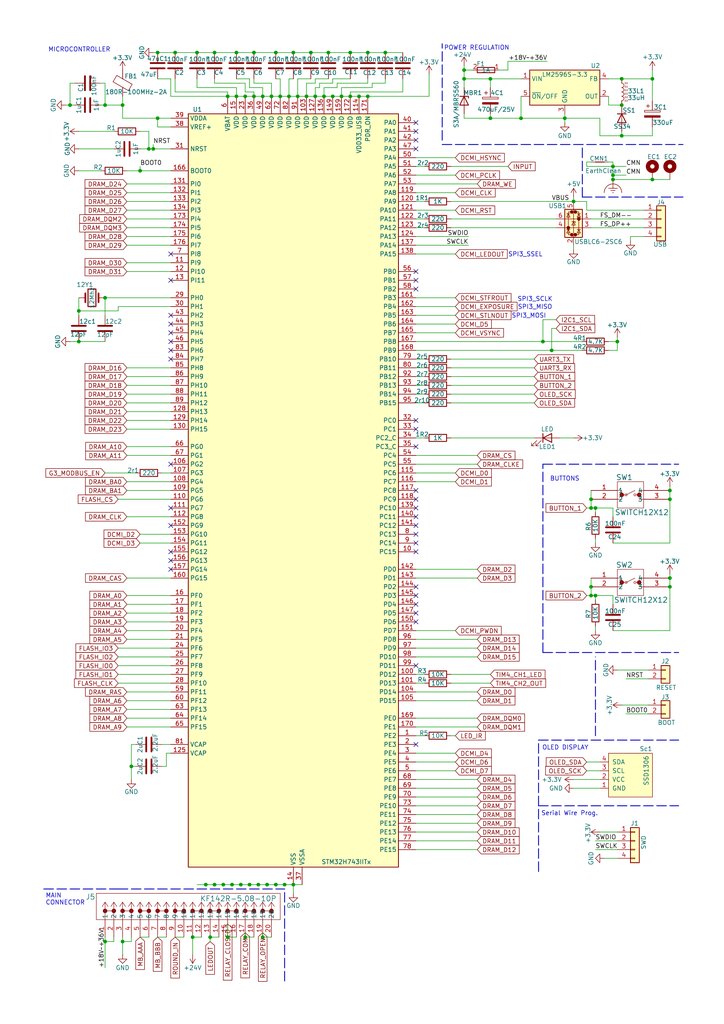
<source format=kicad_sch>
(kicad_sch (version 20231120) (generator "eeschema") (generator_version "8.0")
  (paper "A4" portrait)
  (title_block (title "Kamera Sensörü") (date "2024-07-26") (rev "ver.01") (company "Hiper Teknoloji") (comment 1 "designer@ Nevzat DURMAZ"))
  (lib_symbols
    (symbol "+3.3V_9" (power) (pin_numbers hide) (pin_names (offset 0) hide)
      (property "Value" "+3.3V_9" (at 0 3.556 0))
      (symbol "+3.3V_9_1_1"
        (pin power_in line (at 0 0 90) (length 0) hide (name "+3.3V") (number "1"))
      )
    )
    (symbol "Connector_Generic:Conn_01x02" (pin_names (offset 1.016) hide)
      (property "Reference" "J" (at 0 2.54 0))
      (property "Value" "Conn_01x02" (at 0 -5.08 0))
      (symbol "Conn_01x02_1_1"
        (pin passive line (at -5.08 0 0) (length 3.81) (name "Pin_1") (number "1"))
        (pin passive line (at -5.08 -2.54 0) (length 3.81) (name "Pin_2") (number "2"))
      )
    )
    (symbol "Connector_Generic:Conn_01x04" (pin_names (offset 1.016) hide)
      (property "Reference" "J" (at 0 5.08 0))
      (property "Value" "Conn_01x04" (at 0 -7.62 0))
      (symbol "Conn_01x04_1_1"
        (pin passive line (at -5.08 2.54 0) (length 3.81) (name "Pin_1") (number "1"))
        (pin passive line (at -5.08 0 0) (length 3.81) (name "Pin_2") (number "2"))
        (pin passive line (at -5.08 -2.54 0) (length 3.81) (name "Pin_3") (number "3"))
        (pin passive line (at -5.08 -5.08 0) (length 3.81) (name "Pin_4") (number "4"))
      )
    )
    (symbol "Device:C" (pin_numbers hide) (pin_names (offset 0.254))
      (property "Reference" "C" (at 0.635 2.54 0))
      (property "Value" "C" (at 0.635 -2.54 0))
      (symbol "C_1_1"
        (pin passive line (at 0 3.81 270) (length 2.794) (name "~") (number "1"))
        (pin passive line (at 0 -3.81 90) (length 2.794) (name "~") (number "2"))
      )
    )
    (symbol "Device:C_Polarized" (pin_numbers hide) (pin_names (offset 0.254))
      (property "Reference" "C" (at 0.635 2.54 0))
      (property "Value" "C_Polarized" (at 0.635 -2.54 0))
      (symbol "C_Polarized_1_1"
        (pin passive line (at 0 3.81 270) (length 2.794) (name "~") (number "1"))
        (pin passive line (at 0 -3.81 90) (length 2.794) (name "~") (number "2"))
      )
    )
    (symbol "Device:Crystal" (pin_numbers hide) (pin_names (offset 1.016) hide)
      (property "Reference" "Y" (at 0 3.81 0))
      (property "Value" "Crystal" (at 0 -3.81 0))
      (symbol "Crystal_1_1"
        (pin passive line (at -3.81 0 0) (length 1.27) (name "1") (number "1"))
        (pin passive line (at 3.81 0 180) (length 1.27) (name "2") (number "2"))
      )
    )
    (symbol "Device:FerriteBead" (pin_numbers hide) (pin_names (offset 0))
      (property "Reference" "FB" (at -3.81 0.635 90))
      (property "Value" "FerriteBead" (at 3.81 0 90))
      (symbol "FerriteBead_1_1"
        (pin passive line (at 0 3.81 270) (length 2.54) (name "~") (number "1"))
        (pin passive line (at 0 -3.81 90) (length 2.54) (name "~") (number "2"))
      )
    )
    (symbol "Device:Fuse" (pin_names (offset 0))
      (property "Reference" "F" (at 2.032 0 90))
      (property "Value" "Fuse" (at -1.905 0 90))
      (symbol "Fuse_1_1"
        (pin passive line (at 0 3.81 270) (length 1.27) (name "~") (number "1"))
        (pin passive line (at 0 -3.81 90) (length 1.27) (name "~") (number "2"))
      )
    )
    (symbol "Device:LED" (pin_numbers hide) (pin_names (offset 1.016) hide)
      (property "Reference" "D" (at 0 2.54 0))
      (property "Value" "LED" (at 0 -2.54 0))
      (symbol "LED_1_1"
        (pin passive line (at -3.81 0 0) (length 2.54) (name "K") (number "1"))
        (pin passive line (at 3.81 0 180) (length 2.54) (name "A") (number "2"))
      )
    )
    (symbol "Device:L_Ferrite" (pin_numbers hide) (pin_names (offset 1.016) hide)
      (property "Reference" "L" (at -1.27 0 90))
      (property "Value" "L_Ferrite" (at 2.794 0 90))
      (symbol "L_Ferrite_1_1"
        (pin passive line (at 0 3.81 270) (length 1.27) (name "1") (number "1"))
        (pin passive line (at 0 -3.81 90) (length 1.27) (name "2") (number "2"))
      )
    )
    (symbol "Device:NetTie_2" (pin_numbers hide) (pin_names (offset 0) hide) (in_bom no)
      (property "Reference" "NT" (at 0 1.27 0))
      (property "Value" "NetTie_2" (at 0 -1.27 0))
      (symbol "NetTie_2_1_1"
        (pin passive line (at -2.54 0 0) (length 2.54) (name "1") (number "1"))
        (pin passive line (at 2.54 0 180) (length 2.54) (name "2") (number "2"))
      )
    )
    (symbol "Device:R" (pin_numbers hide) (pin_names (offset 0))
      (property "Reference" "R" (at 2.032 0 90))
      (property "Value" "R" (at 0 0 90))
      (symbol "R_1_1"
        (pin passive line (at 0 3.81 270) (length 1.27) (name "~") (number "1"))
        (pin passive line (at 0 -3.81 90) (length 1.27) (name "~") (number "2"))
      )
    )
    (symbol "Diode:1SS355VM" (pin_numbers hide) (pin_names hide)
      (property "Reference" "D" (at 0 2.54 0))
      (property "Value" "1SS355VM" (at 0 -2.54 0))
      (symbol "1SS355VM_1_1"
        (pin passive line (at -3.81 0 0) (length 2.54) (name "K") (number "1"))
        (pin passive line (at 3.81 0 180) (length 2.54) (name "A") (number "2"))
      )
    )
    (symbol "Diode:ESD5Zxx" (pin_numbers hide) (pin_names hide)
      (property "Reference" "D" (at 0 2.54 0))
      (property "Value" "ESD5Zxx" (at 0 -2.54 0))
      (symbol "ESD5Zxx_1_1"
        (pin passive line (at -3.81 0 0) (length 2.54) (name "K") (number "1"))
        (pin passive line (at 3.81 0 180) (length 2.54) (name "A") (number "2"))
      )
    )
    (symbol "GND_20" (power) (pin_numbers hide) (pin_names (offset 0) hide)
      (property "Value" "GND_20" (at 0 -3.81 0))
      (symbol "GND_20_1_1"
        (pin power_in line (at 0 0 270) (length 0) hide (name "GND") (number "1"))
      )
    )
    (symbol "KF142R:KF142R-5.08-10P" (pin_names (offset 0.254))
      (property "Reference" "J" (at 8.89 6.35 0))
      (property "Value" "KF142R-5.08-10P" (at 0 0 0))
      (symbol "KF142R-5.08-10P_1_1"
        (pin unspecified line (at 0 0 0) (length 5.08) (name "1") (number "1"))
        (pin unspecified line (at 0 -22.86 0) (length 5.08) (name "10") (number "10"))
        (pin unspecified line (at 0 -25.4 0) (length 5.08) (name "11") (number "11"))
        (pin unspecified line (at 0 -27.94 0) (length 5.08) (name "12") (number "12"))
        (pin unspecified line (at 0 -30.48 0) (length 5.08) (name "13") (number "13"))
        (pin unspecified line (at 0 -33.02 0) (length 5.08) (name "14") (number "14"))
        (pin unspecified line (at 0 -35.56 0) (length 5.08) (name "15") (number "15"))
        (pin unspecified line (at 0 -38.1 0) (length 5.08) (name "16") (number "16"))
        (pin unspecified line (at 0 -40.64 0) (length 5.08) (name "17") (number "17"))
        (pin unspecified line (at 0 -43.18 0) (length 5.08) (name "18") (number "18"))
        (pin unspecified line (at 0 -45.72 0) (length 5.08) (name "19") (number "19"))
        (pin unspecified line (at 0 -2.54 0) (length 5.08) (name "2") (number "2"))
        (pin unspecified line (at 0 -48.26 0) (length 5.08) (name "20") (number "20"))
        (pin unspecified line (at 0 -5.08 0) (length 5.08) (name "3") (number "3"))
        (pin unspecified line (at 0 -7.62 0) (length 5.08) (name "4") (number "4"))
        (pin unspecified line (at 0 -10.16 0) (length 5.08) (name "5") (number "5"))
        (pin unspecified line (at 0 -12.7 0) (length 5.08) (name "6") (number "6"))
        (pin unspecified line (at 0 -15.24 0) (length 5.08) (name "7") (number "7"))
        (pin unspecified line (at 0 -17.78 0) (length 5.08) (name "8") (number "8"))
        (pin unspecified line (at 0 -20.32 0) (length 5.08) (name "9") (number "9"))
      )
      (symbol "KF142R-5.08-10P_1_2"
        (pin unspecified line (at 0 0 0) (length 5.08) (name "1") (number "1"))
        (pin unspecified line (at 0 -22.86 0) (length 5.08) (name "10") (number "10"))
        (pin unspecified line (at 0 -25.4 0) (length 5.08) (name "11") (number "11"))
        (pin unspecified line (at 0 -27.94 0) (length 5.08) (name "12") (number "12"))
        (pin unspecified line (at 0 -30.48 0) (length 5.08) (name "13") (number "13"))
        (pin unspecified line (at 0 -33.02 0) (length 5.08) (name "14") (number "14"))
        (pin unspecified line (at 0 -35.56 0) (length 5.08) (name "15") (number "15"))
        (pin unspecified line (at 0 -38.1 0) (length 5.08) (name "16") (number "16"))
        (pin unspecified line (at 0 -40.64 0) (length 5.08) (name "17") (number "17"))
        (pin unspecified line (at 0 -43.18 0) (length 5.08) (name "18") (number "18"))
        (pin unspecified line (at 0 -45.72 0) (length 5.08) (name "19") (number "19"))
        (pin unspecified line (at 0 -2.54 0) (length 5.08) (name "2") (number "2"))
        (pin unspecified line (at 0 -48.26 0) (length 5.08) (name "20") (number "20"))
        (pin unspecified line (at 0 -5.08 0) (length 5.08) (name "3") (number "3"))
        (pin unspecified line (at 0 -7.62 0) (length 5.08) (name "4") (number "4"))
        (pin unspecified line (at 0 -10.16 0) (length 5.08) (name "5") (number "5"))
        (pin unspecified line (at 0 -12.7 0) (length 5.08) (name "6") (number "6"))
        (pin unspecified line (at 0 -15.24 0) (length 5.08) (name "7") (number "7"))
        (pin unspecified line (at 0 -17.78 0) (length 5.08) (name "8") (number "8"))
        (pin unspecified line (at 0 -20.32 0) (length 5.08) (name "9") (number "9"))
      )
    )
    (symbol "MCU_ST_STM32H7:STM32H743IITx"
      (property "Reference" "U1" (at -25.146 110.236 0))
      (property "Value" "STM32H743IITx" (at 8.128 -107.696 0))
      (symbol "STM32H743IITx_1_1"
        (pin bidirectional line (at 35.56 -71.12 180) (length 5.08) (name "PE2") (number "1"))
        (pin bidirectional line (at 35.56 -17.78 180) (length 5.08) (name "PC15") (number "10"))
        (pin bidirectional line (at 35.56 -53.34 180) (length 5.08) (name "PD12") (number "100"))
        (pin bidirectional line (at 35.56 -55.88 180) (length 5.08) (name "PD13") (number "101"))
        (pin passive line (at -15.24 -114.3 90) (length 5.08) hide (name "VSS") (number "102"))
        (pin power_in line (at 3.81 114.3 270) (length 5.08) (name "VDD") (number "103"))
        (pin bidirectional line (at 35.56 -58.42 180) (length 5.08) (name "PD14") (number "104"))
        (pin bidirectional line (at 35.56 -60.96 180) (length 5.08) (name "PD15") (number "105"))
        (pin bidirectional line (at -35.56 7.62 0) (length 5.08) (name "PG2") (number "106"))
        (pin bidirectional line (at -35.56 5.08 0) (length 5.08) (name "PG3") (number "107"))
        (pin bidirectional line (at -35.56 2.54 0) (length 5.08) (name "PG4") (number "108"))
        (pin bidirectional line (at -35.56 0 0) (length 5.08) (name "PG5") (number "109"))
        (pin bidirectional line (at -35.56 66.04 0) (length 5.08) (name "PI9") (number "11"))
        (pin bidirectional line (at -35.56 -2.54 0) (length 5.08) (name "PG6") (number "110"))
        (pin bidirectional line (at -35.56 -5.08 0) (length 5.08) (name "PG7") (number "111"))
        (pin bidirectional line (at -35.56 -7.62 0) (length 5.08) (name "PG8") (number "112"))
        (pin passive line (at -17.78 -114.3 90) (length 5.08) hide (name "VSS") (number "113"))
        (pin power_in line (at 19.05 114.3 270) (length 5.08) (name "VDD33_USB") (number "114"))
        (pin bidirectional line (at 35.56 5.08 180) (length 5.08) (name "PC6") (number "115"))
        (pin bidirectional line (at 35.56 2.54 180) (length 5.08) (name "PC7") (number "116"))
        (pin bidirectional line (at 35.56 0 180) (length 5.08) (name "PC8") (number "117"))
        (pin bidirectional line (at 35.56 -2.54 180) (length 5.08) (name "PC9") (number "118"))
        (pin bidirectional line (at 35.56 86.36 180) (length 5.08) (name "PA8") (number "119"))
        (pin bidirectional line (at -35.56 63.5 0) (length 5.08) (name "PI10") (number "12"))
        (pin bidirectional line (at 35.56 83.82 180) (length 5.08) (name "PA9") (number "120"))
        (pin bidirectional line (at 35.56 81.28 180) (length 5.08) (name "PA10") (number "121"))
        (pin bidirectional line (at 35.56 78.74 180) (length 5.08) (name "PA11") (number "122"))
        (pin bidirectional line (at 35.56 76.2 180) (length 5.08) (name "PA12") (number "123"))
        (pin bidirectional line (at 35.56 73.66 180) (length 5.08) (name "PA13") (number "124"))
        (pin power_out line (at -35.56 -76.2 0) (length 5.08) (name "VCAP") (number "125"))
        (pin passive line (at -20.32 -114.3 90) (length 5.08) hide (name "VSS") (number "126"))
        (pin power_in line (at 6.35 114.3 270) (length 5.08) (name "VDD") (number "127"))
        (pin bidirectional line (at -35.56 22.86 0) (length 5.08) (name "PH13") (number "128"))
        (pin bidirectional line (at -35.56 20.32 0) (length 5.08) (name "PH14") (number "129"))
        (pin bidirectional line (at -35.56 60.96 0) (length 5.08) (name "PI11") (number "13"))
        (pin bidirectional line (at -35.56 17.78 0) (length 5.08) (name "PH15") (number "130"))
        (pin bidirectional line (at -35.56 88.9 0) (length 5.08) (name "PI0") (number "131"))
        (pin bidirectional line (at -35.56 86.36 0) (length 5.08) (name "PI1") (number "132"))
        (pin bidirectional line (at -35.56 83.82 0) (length 5.08) (name "PI2") (number "133"))
        (pin bidirectional line (at -35.56 81.28 0) (length 5.08) (name "PI3") (number "134"))
        (pin passive line (at -22.86 -114.3 90) (length 5.08) hide (name "VSS") (number "135"))
        (pin power_in line (at 8.89 114.3 270) (length 5.08) (name "VDD") (number "136"))
        (pin bidirectional line (at 35.56 71.12 180) (length 5.08) (name "PA14") (number "137"))
        (pin bidirectional line (at 35.56 68.58 180) (length 5.08) (name "PA15") (number "138"))
        (pin bidirectional line (at 35.56 -5.08 180) (length 5.08) (name "PC10") (number "139"))
        (pin power_in line (at 0 -114.3 90) (length 5.08) (name "VSS") (number "14"))
        (pin bidirectional line (at 35.56 -7.62 180) (length 5.08) (name "PC11") (number "140"))
        (pin bidirectional line (at 35.56 -10.16 180) (length 5.08) (name "PC12") (number "141"))
        (pin bidirectional line (at 35.56 -22.86 180) (length 5.08) (name "PD0") (number "142"))
        (pin bidirectional line (at 35.56 -25.4 180) (length 5.08) (name "PD1") (number "143"))
        (pin bidirectional line (at 35.56 -27.94 180) (length 5.08) (name "PD2") (number "144"))
        (pin bidirectional line (at 35.56 -30.48 180) (length 5.08) (name "PD3") (number "145"))
        (pin bidirectional line (at 35.56 -33.02 180) (length 5.08) (name "PD4") (number "146"))
        (pin bidirectional line (at 35.56 -35.56 180) (length 5.08) (name "PD5") (number "147"))
        (pin passive line (at -25.4 -114.3 90) (length 5.08) hide (name "VSS") (number "148"))
        (pin power_in line (at 11.43 114.3 270) (length 5.08) (name "VDD") (number "149"))
        (pin power_in line (at -16.51 114.3 270) (length 5.08) (name "VDD") (number "15"))
        (pin bidirectional line (at 35.56 -38.1 180) (length 5.08) (name "PD6") (number "150"))
        (pin bidirectional line (at 35.56 -40.64 180) (length 5.08) (name "PD7") (number "151"))
        (pin bidirectional line (at -35.56 -10.16 0) (length 5.08) (name "PG9") (number "152"))
        (pin bidirectional line (at -35.56 -12.7 0) (length 5.08) (name "PG10") (number "153"))
        (pin bidirectional line (at -35.56 -15.24 0) (length 5.08) (name "PG11") (number "154"))
        (pin bidirectional line (at -35.56 -17.78 0) (length 5.08) (name "PG12") (number "155"))
        (pin bidirectional line (at -35.56 -20.32 0) (length 5.08) (name "PG13") (number "156"))
        (pin bidirectional line (at -35.56 -22.86 0) (length 5.08) (name "PG14") (number "157"))
        (pin passive line (at -27.94 -114.3 90) (length 5.08) hide (name "VSS") (number "158"))
        (pin power_in line (at 13.97 114.3 270) (length 5.08) (name "VDD") (number "159"))
        (pin bidirectional line (at -35.56 -30.48 0) (length 5.08) (name "PF0") (number "16"))
        (pin bidirectional line (at -35.56 -25.4 0) (length 5.08) (name "PG15") (number "160"))
        (pin bidirectional line (at 35.56 55.88 180) (length 5.08) (name "PB3") (number "161"))
        (pin bidirectional line (at 35.56 53.34 180) (length 5.08) (name "PB4") (number "162"))
        (pin bidirectional line (at 35.56 50.8 180) (length 5.08) (name "PB5") (number "163"))
        (pin bidirectional line (at 35.56 48.26 180) (length 5.08) (name "PB6") (number "164"))
        (pin bidirectional line (at 35.56 45.72 180) (length 5.08) (name "PB7") (number "165"))
        (pin input line (at -35.56 92.71 0) (length 5.08) (name "BOOT0") (number "166"))
        (pin bidirectional line (at 35.56 43.18 180) (length 5.08) (name "PB8") (number "167"))
        (pin bidirectional line (at 35.56 40.64 180) (length 5.08) (name "PB9") (number "168"))
        (pin bidirectional line (at 35.56 -66.04 180) (length 5.08) (name "PE0") (number "169"))
        (pin bidirectional line (at -35.56 -33.02 0) (length 5.08) (name "PF1") (number "17"))
        (pin bidirectional line (at 35.56 -68.58 180) (length 5.08) (name "PE1") (number "170"))
        (pin input line (at 21.59 114.3 270) (length 5.08) (name "PDR_ON") (number "171"))
        (pin power_in line (at 16.51 114.3 270) (length 5.08) (name "VDD") (number "172"))
        (pin bidirectional line (at -35.56 78.74 0) (length 5.08) (name "PI4") (number "173"))
        (pin bidirectional line (at -35.56 76.2 0) (length 5.08) (name "PI5") (number "174"))
        (pin bidirectional line (at -35.56 73.66 0) (length 5.08) (name "PI6") (number "175"))
        (pin bidirectional line (at -35.56 71.12 0) (length 5.08) (name "PI7") (number "176"))
        (pin bidirectional line (at -35.56 -35.56 0) (length 5.08) (name "PF2") (number "18"))
        (pin bidirectional line (at -35.56 -38.1 0) (length 5.08) (name "PF3") (number "19"))
        (pin bidirectional line (at 35.56 -73.66 180) (length 5.08) (name "PE3") (number "2"))
        (pin bidirectional line (at -35.56 -40.64 0) (length 5.08) (name "PF4") (number "20"))
        (pin bidirectional line (at -35.56 -43.18 0) (length 5.08) (name "PF5") (number "21"))
        (pin passive line (at -2.54 -114.3 90) (length 5.08) hide (name "VSS") (number "22"))
        (pin power_in line (at -13.97 114.3 270) (length 5.08) (name "VDD") (number "23"))
        (pin bidirectional line (at -35.56 -45.72 0) (length 5.08) (name "PF6") (number "24"))
        (pin bidirectional line (at -35.56 -48.26 0) (length 5.08) (name "PF7") (number "25"))
        (pin bidirectional line (at -35.56 -50.8 0) (length 5.08) (name "PF8") (number "26"))
        (pin bidirectional line (at -35.56 -53.34 0) (length 5.08) (name "PF9") (number "27"))
        (pin bidirectional line (at -35.56 -55.88 0) (length 5.08) (name "PF10") (number "28"))
        (pin bidirectional line (at -35.56 55.88 0) (length 5.08) (name "PH0") (number "29"))
        (pin bidirectional line (at 35.56 -76.2 180) (length 5.08) (name "PE4") (number "3"))
        (pin bidirectional line (at -35.56 53.34 0) (length 5.08) (name "PH1") (number "30"))
        (pin input line (at -35.56 99.06 0) (length 5.08) (name "NRST") (number "31"))
        (pin bidirectional line (at 35.56 20.32 180) (length 5.08) (name "PC0") (number "32"))
        (pin bidirectional line (at 35.56 17.78 180) (length 5.08) (name "PC1") (number "33"))
        (pin bidirectional line (at 35.56 15.24 180) (length 5.08) (name "PC2_C") (number "34"))
        (pin bidirectional line (at 35.56 12.7 180) (length 5.08) (name "PC3_C") (number "35"))
        (pin power_in line (at -11.43 114.3 270) (length 5.08) (name "VDD") (number "36"))
        (pin power_in line (at 2.54 -114.3 90) (length 5.08) (name "VSSA") (number "37"))
        (pin input line (at -35.56 105.41 0) (length 5.08) (name "VREF+") (number "38"))
        (pin power_in line (at -35.56 107.95 0) (length 5.08) (name "VDDA") (number "39"))
        (pin bidirectional line (at 35.56 -78.74 180) (length 5.08) (name "PE5") (number "4"))
        (pin bidirectional line (at 35.56 106.68 180) (length 5.08) (name "PA0") (number "40"))
        (pin bidirectional line (at 35.56 104.14 180) (length 5.08) (name "PA1") (number "41"))
        (pin bidirectional line (at 35.56 101.6 180) (length 5.08) (name "PA2") (number "42"))
        (pin bidirectional line (at -35.56 50.8 0) (length 5.08) (name "PH2") (number "43"))
        (pin bidirectional line (at -35.56 48.26 0) (length 5.08) (name "PH3") (number "44"))
        (pin bidirectional line (at -35.56 45.72 0) (length 5.08) (name "PH4") (number "45"))
        (pin bidirectional line (at -35.56 43.18 0) (length 5.08) (name "PH5") (number "46"))
        (pin bidirectional line (at 35.56 99.06 180) (length 5.08) (name "PA3") (number "47"))
        (pin passive line (at -5.08 -114.3 90) (length 5.08) hide (name "VSS") (number "48"))
        (pin power_in line (at -8.89 114.3 270) (length 5.08) (name "VDD") (number "49"))
        (pin bidirectional line (at 35.56 -81.28 180) (length 5.08) (name "PE6") (number "5"))
        (pin bidirectional line (at 35.56 96.52 180) (length 5.08) (name "PA4") (number "50"))
        (pin bidirectional line (at 35.56 93.98 180) (length 5.08) (name "PA5") (number "51"))
        (pin bidirectional line (at 35.56 91.44 180) (length 5.08) (name "PA6") (number "52"))
        (pin bidirectional line (at 35.56 88.9 180) (length 5.08) (name "PA7") (number "53"))
        (pin bidirectional line (at 35.56 10.16 180) (length 5.08) (name "PC4") (number "54"))
        (pin bidirectional line (at 35.56 7.62 180) (length 5.08) (name "PC5") (number "55"))
        (pin bidirectional line (at 35.56 63.5 180) (length 5.08) (name "PB0") (number "56"))
        (pin bidirectional line (at 35.56 60.96 180) (length 5.08) (name "PB1") (number "57"))
        (pin bidirectional line (at 35.56 58.42 180) (length 5.08) (name "PB2") (number "58"))
        (pin bidirectional line (at -35.56 -58.42 0) (length 5.08) (name "PF11") (number "59"))
        (pin power_in line (at -19.05 114.3 270) (length 5.08) (name "VBAT") (number "6"))
        (pin bidirectional line (at -35.56 -60.96 0) (length 5.08) (name "PF12") (number "60"))
        (pin passive line (at -7.62 -114.3 90) (length 5.08) hide (name "VSS") (number "61"))
        (pin power_in line (at -6.35 114.3 270) (length 5.08) (name "VDD") (number "62"))
        (pin bidirectional line (at -35.56 -63.5 0) (length 5.08) (name "PF13") (number "63"))
        (pin bidirectional line (at -35.56 -66.04 0) (length 5.08) (name "PF14") (number "64"))
        (pin bidirectional line (at -35.56 -68.58 0) (length 5.08) (name "PF15") (number "65"))
        (pin bidirectional line (at -35.56 12.7 0) (length 5.08) (name "PG0") (number "66"))
        (pin bidirectional line (at -35.56 10.16 0) (length 5.08) (name "PG1") (number "67"))
        (pin bidirectional line (at 35.56 -83.82 180) (length 5.08) (name "PE7") (number "68"))
        (pin bidirectional line (at 35.56 -86.36 180) (length 5.08) (name "PE8") (number "69"))
        (pin bidirectional line (at -35.56 68.58 0) (length 5.08) (name "PI8") (number "7"))
        (pin bidirectional line (at 35.56 -88.9 180) (length 5.08) (name "PE9") (number "70"))
        (pin passive line (at -12.7 -114.3 90) (length 5.08) hide (name "VSS") (number "71"))
        (pin power_in line (at -3.81 114.3 270) (length 5.08) (name "VDD") (number "72"))
        (pin bidirectional line (at 35.56 -91.44 180) (length 5.08) (name "PE10") (number "73"))
        (pin bidirectional line (at 35.56 -93.98 180) (length 5.08) (name "PE11") (number "74"))
        (pin bidirectional line (at 35.56 -96.52 180) (length 5.08) (name "PE12") (number "75"))
        (pin bidirectional line (at 35.56 -99.06 180) (length 5.08) (name "PE13") (number "76"))
        (pin bidirectional line (at 35.56 -101.6 180) (length 5.08) (name "PE14") (number "77"))
        (pin bidirectional line (at 35.56 -104.14 180) (length 5.08) (name "PE15") (number "78"))
        (pin bidirectional line (at 35.56 38.1 180) (length 5.08) (name "PB10") (number "79"))
        (pin bidirectional line (at 35.56 -12.7 180) (length 5.08) (name "PC13") (number "8"))
        (pin bidirectional line (at 35.56 35.56 180) (length 5.08) (name "PB11") (number "80"))
        (pin power_out line (at -35.56 -73.66 0) (length 5.08) (name "VCAP") (number "81"))
        (pin power_in line (at -1.27 114.3 270) (length 5.08) (name "VDD") (number "82"))
        (pin bidirectional line (at -35.56 40.64 0) (length 5.08) (name "PH6") (number "83"))
        (pin bidirectional line (at -35.56 38.1 0) (length 5.08) (name "PH7") (number "84"))
        (pin bidirectional line (at -35.56 35.56 0) (length 5.08) (name "PH8") (number "85"))
        (pin bidirectional line (at -35.56 33.02 0) (length 5.08) (name "PH9") (number "86"))
        (pin bidirectional line (at -35.56 30.48 0) (length 5.08) (name "PH10") (number "87"))
        (pin bidirectional line (at -35.56 27.94 0) (length 5.08) (name "PH11") (number "88"))
        (pin bidirectional line (at -35.56 25.4 0) (length 5.08) (name "PH12") (number "89"))
        (pin bidirectional line (at 35.56 -15.24 180) (length 5.08) (name "PC14") (number "9"))
        (pin passive line (at -10.16 -114.3 90) (length 5.08) hide (name "VSS") (number "90"))
        (pin power_in line (at 1.27 114.3 270) (length 5.08) (name "VDD") (number "91"))
        (pin bidirectional line (at 35.56 33.02 180) (length 5.08) (name "PB12") (number "92"))
        (pin bidirectional line (at 35.56 30.48 180) (length 5.08) (name "PB13") (number "93"))
        (pin bidirectional line (at 35.56 27.94 180) (length 5.08) (name "PB14") (number "94"))
        (pin bidirectional line (at 35.56 25.4 180) (length 5.08) (name "PB15") (number "95"))
        (pin bidirectional line (at 35.56 -43.18 180) (length 5.08) (name "PD8") (number "96"))
        (pin bidirectional line (at 35.56 -45.72 180) (length 5.08) (name "PD9") (number "97"))
        (pin bidirectional line (at 35.56 -48.26 180) (length 5.08) (name "PD10") (number "98"))
        (pin bidirectional line (at 35.56 -50.8 180) (length 5.08) (name "PD11") (number "99"))
      )
    )
    (symbol "Mechanical:MountingHole_Pad" (pin_numbers hide) (pin_names (offset 1.016) hide) (exclude_from_sim yes) (in_bom no)
      (property "Reference" "H" (at 0 6.35 0))
      (property "Value" "MountingHole_Pad" (at 0 4.445 0))
      (symbol "MountingHole_Pad_1_1"
        (pin input line (at 0 -2.54 90) (length 2.54) (name "1") (number "1"))
      )
    )
    (symbol "Power_Protection:USBLC6-2SC6" (pin_names hide)
      (property "Reference" "U" (at 0.635 5.715 0))
      (property "Value" "USBLC6-2SC6" (at 0.635 3.81 0))
      (symbol "USBLC6-2SC6_1_1"
        (pin passive line (at -5.08 0 0) (length 2.54) (name "I/O1") (number "1"))
        (pin passive line (at 0 -7.62 90) (length 2.54) (name "GND") (number "2"))
        (pin passive line (at -5.08 -2.54 0) (length 2.54) (name "I/O2") (number "3"))
        (pin passive line (at 5.08 -2.54 180) (length 2.54) (name "I/O2") (number "4"))
        (pin passive line (at 0 5.08 270) (length 2.54) (name "VBUS") (number "5"))
        (pin passive line (at 5.08 0 180) (length 2.54) (name "I/O1") (number "6"))
      )
    )
    (symbol "Regulator_Switching:LM2596S-3.3"
      (property "Reference" "U" (at -10.16 6.35 0))
      (property "Value" "LM2596S-3.3" (at 0 6.35 0))
      (symbol "LM2596S-3.3_1_1"
        (pin power_in line (at -12.7 2.54 0) (length 2.54) (name "VIN") (number "1"))
        (pin output line (at 12.7 -2.54 180) (length 2.54) (name "OUT") (number "2"))
        (pin power_in line (at 0 -7.62 90) (length 2.54) (name "GND") (number "3"))
        (pin input line (at 12.7 2.54 180) (length 2.54) (name "FB") (number "4"))
        (pin input line (at -12.7 -2.54 0) (length 2.54) (name "~{ON}/OFF") (number "5"))
      )
    )
    (symbol "SWITCH12X12:1571217-3" (pin_names (offset 0.254))
      (property "Reference" "SW" (at 11.43 7.62 0))
      (property "Value" "1571217-3" (at 12.7 5.08 0))
      (symbol "1571217-3_0_1"
        (pin unspecified line (at 0 0 0) (length 7.62) (name "1") (number "1"))
        (pin unspecified line (at 0 -2.54 0) (length 7.62) (name "2") (number "2"))
        (pin unspecified line (at 22.86 -2.54 180) (length 7.62) (name "3") (number "3"))
        (pin unspecified line (at 22.86 0 180) (length 7.62) (name "4") (number "4"))
      )
    )
    (symbol "oled:SSD1306" (pin_names (offset 1.016))
      (property "Reference" "Sc1" (at 7.62 -6.35 90))
      (property "Value" "SSD1306" (at -3.048 -4.572 0))
      (symbol "SSD1306_1_1"
        (pin input line (at -3.81 8.89 270) (length 2.54) (name "GND") (number "1"))
        (pin input line (at -1.27 8.89 270) (length 2.54) (name "VCC") (number "2"))
        (pin input line (at 1.27 8.89 270) (length 2.54) (name "SCL") (number "3"))
        (pin input line (at 3.81 8.89 270) (length 2.54) (name "SDA") (number "4"))
      )
    )
    (symbol "power:+24V" (power) (pin_numbers hide) (pin_names (offset 0) hide)
      (property "Value" "+24V" (at 0 3.556 0))
      (symbol "+24V_1_1"
        (pin power_in line (at 0 0 90) (length 0) hide (name "+24V") (number "1"))
      )
    )
    (symbol "power:+3.3V" (power) (pin_numbers hide) (pin_names (offset 0) hide)
      (property "Value" "+3.3V" (at 0 3.556 0))
      (symbol "+3.3V_1_1"
        (pin power_in line (at 0 0 90) (length 0) (name "~") (number "1"))
      )
    )
    (symbol "power:+5V" (power) (pin_numbers hide) (pin_names (offset 0) hide)
      (property "Value" "+5V" (at 0 3.556 0))
      (symbol "+5V_1_1"
        (pin power_in line (at 0 0 90) (length 0) (name "~") (number "1"))
      )
    )
    (symbol "power:Earth_Clean" (power) (pin_numbers hide) (pin_names (offset 0) hide)
      (symbol "Earth_Clean_1_1"
        (pin power_in line (at 0 0 270) (length 0) hide (name "Earth_Clean") (number "1"))
      )
    )
    (symbol "power:GND" (power) (pin_numbers hide) (pin_names (offset 0) hide)
      (property "Value" "GND" (at 0 -3.81 0))
      (symbol "GND_1_1"
        (pin power_in line (at 0 0 270) (length 0) (name "~") (number "1"))
      )
    )
  )
  (junction (at 57.15 15.24))
  (junction (at 180.34 39.37))
  (junction (at 177.8 48.26))
  (junction (at 60.96 271.78))
  (junction (at 104.14 27.94))
  (junction (at 171.45 172.72))
  (junction (at 45.72 15.24))
  (junction (at 64.77 256.54))
  (junction (at 171.45 147.32))
  (junction (at 111.76 15.24))
  (junction (at 101.6 27.94))
  (junction (at 20.32 30.48))
  (junction (at 78.74 27.94))
  (junction (at 194.31 170.18))
  (junction (at 95.25 15.24))
  (junction (at 76.2 271.78))
  (junction (at 71.12 27.94))
  (junction (at 38.1 222.25))
  (junction (at 82.55 256.54))
  (junction (at 62.23 256.54))
  (junction (at 96.52 27.94))
  (junction (at 66.04 271.78))
  (junction (at 101.6 15.24))
  (junction (at 163.83 34.29))
  (junction (at 74.93 256.54))
  (junction (at 177.8 52.07))
  (junction (at 171.45 170.18))
  (junction (at 172.72 172.72))
  (junction (at 85.09 15.24))
  (junction (at 55.88 271.78))
  (junction (at 50.8 15.24))
  (junction (at 22.86 90.17))
  (junction (at 180.34 30.48))
  (junction (at 69.85 256.54))
  (junction (at 30.48 273.05))
  (junction (at 44.45 43.18))
  (junction (at 85.09 256.54))
  (junction (at 77.47 256.54))
  (junction (at 171.45 144.78))
  (junction (at 189.23 52.07))
  (junction (at 45.72 34.29))
  (junction (at 180.34 22.86))
  (junction (at 93.98 27.94))
  (junction (at 30.48 86.36))
  (junction (at 67.31 256.54))
  (junction (at 80.01 256.54))
  (junction (at 160.02 101.6))
  (junction (at 43.18 43.18))
  (junction (at 30.48 30.48))
  (junction (at 142.24 22.86))
  (junction (at 72.39 256.54))
  (junction (at 71.12 271.78))
  (junction (at 172.72 147.32))
  (junction (at 134.62 20.32))
  (junction (at 179.07 99.06))
  (junction (at 59.69 256.54))
  (junction (at 35.56 30.48))
  (junction (at 90.17 15.24))
  (junction (at 62.23 15.24))
  (junction (at 73.66 15.24))
  (junction (at 189.23 22.86))
  (junction (at 68.58 15.24))
  (junction (at 86.36 27.94))
  (junction (at 35.56 273.05))
  (junction (at 80.01 15.24))
  (junction (at 66.04 27.94))
  (junction (at 73.66 27.94))
  (junction (at 106.68 15.24))
  (junction (at 151.13 34.29))
  (junction (at 194.31 142.24))
  (junction (at 106.68 27.94))
  (junction (at 68.58 27.94))
  (junction (at 157.48 99.06))
  (junction (at 40.64 49.53))
  (junction (at 91.44 27.94))
  (junction (at 177.8 50.8))
  (junction (at 194.31 144.78))
  (junction (at 134.62 22.86))
  (junction (at 88.9 27.94))
  (junction (at 99.06 27.94))
  (junction (at 142.24 34.29))
  (junction (at 81.28 27.94))
  (junction (at 194.31 167.64))
  (junction (at 166.37 58.42))
  (junction (at 76.2 27.94))
  (junction (at 83.82 27.94))
  (junction (at 22.86 99.06))
  (no_connect (at 120.65 144.78))
  (no_connect (at 49.53 152.4))
  (no_connect (at 120.65 124.46))
  (no_connect (at 120.65 177.8))
  (no_connect (at 49.53 160.02))
  (no_connect (at 120.65 152.4))
  (no_connect (at 49.53 134.62))
  (no_connect (at 49.53 91.44))
  (no_connect (at 120.65 35.56))
  (no_connect (at 120.65 40.64))
  (no_connect (at 120.65 81.28))
  (no_connect (at 49.53 104.14))
  (no_connect (at 120.65 149.86))
  (no_connect (at 120.65 215.9))
  (no_connect (at 120.65 170.18))
  (no_connect (at 120.65 147.32))
  (no_connect (at 120.65 142.24))
  (no_connect (at 120.65 43.18))
  (no_connect (at 120.65 180.34))
  (no_connect (at 49.53 93.98))
  (no_connect (at 49.53 73.66))
  (no_connect (at 49.53 99.06))
  (no_connect (at 49.53 81.28))
  (no_connect (at 120.65 160.02))
  (no_connect (at 120.65 78.74))
  (no_connect (at 120.65 157.48))
  (no_connect (at 120.65 175.26))
  (no_connect (at 120.65 121.92))
  (no_connect (at 120.65 172.72))
  (no_connect (at 120.65 38.1))
  (no_connect (at 49.53 147.32))
  (no_connect (at 120.65 83.82))
  (no_connect (at 49.53 101.6))
  (no_connect (at 120.65 193.04))
  (no_connect (at 49.53 96.52))
  (no_connect (at 49.53 165.1))
  (no_connect (at 120.65 154.94))
  (no_connect (at 49.53 162.56))
  (no_connect (at 120.65 129.54))
  (wire (pts (xy 44.45 15.24) (xy 45.72 15.24)))
  (polyline (pts (xy 12.7 257.81) (xy 34.29 257.81)) (stroke (width 0.254) (type dash)))
  (wire (pts (xy 123.19 127) (xy 120.65 127)))
  (wire (pts (xy 142.24 22.86) (xy 151.13 22.86)))
  (wire (pts (xy 50.8 15.24) (xy 57.15 15.24)))
  (wire (pts (xy 80.01 15.24) (xy 85.09 15.24)))
  (wire (pts (xy 172.72 148.59) (xy 172.72 147.32)))
  (wire (pts (xy 180.34 38.1) (xy 180.34 39.37)))
  (wire (pts (xy 179.07 101.6) (xy 176.53 101.6)))
  (wire (pts (xy 182.88 68.58) (xy 186.69 68.58)))
  (wire (pts (xy 38.1 273.05) (xy 35.56 273.05)))
  (wire (pts (xy 134.62 19.05) (xy 134.62 20.32)))
  (wire (pts (xy 106.68 22.86) (xy 106.68 24.13)))
  (wire (pts (xy 138.43 236.22) (xy 120.65 236.22)))
  (wire (pts (xy 135.89 71.12) (xy 120.65 71.12)))
  (wire (pts (xy 92.71 24.13) (xy 92.71 25.4)))
  (wire (pts (xy 48.26 222.25) (xy 46.99 222.25)))
  (wire (pts (xy 123.19 104.14) (xy 120.65 104.14)))
  (wire (pts (xy 99.06 25.4) (xy 107.95 25.4)))
  (wire (pts (xy 72.39 25.4) (xy 72.39 22.86)))
  (wire (pts (xy 57.15 25.4) (xy 68.58 25.4)))
  (wire (pts (xy 120.65 66.04) (xy 123.19 66.04)))
  (wire (pts (xy 166.37 226.06) (xy 173.99 226.06)))
  (wire (pts (xy 72.39 256.54) (xy 74.93 256.54)))
  (wire (pts (xy 30.48 86.36) (xy 49.53 86.36)))
  (wire (pts (xy 163.83 34.29) (xy 173.99 34.29)))
  (wire (pts (xy 73.66 27.94) (xy 76.2 27.94)))
  (wire (pts (xy 134.62 33.02) (xy 134.62 34.29)))
  (wire (pts (xy 36.83 167.64) (xy 49.53 167.64)))
  (wire (pts (xy 43.18 43.18) (xy 44.45 43.18)))
  (wire (pts (xy 134.62 20.32) (xy 134.62 22.86)))
  (wire (pts (xy 83.82 27.94) (xy 86.36 27.94)))
  (wire (pts (xy 142.24 33.02) (xy 142.24 34.29)))
  (wire (pts (xy 170.18 147.32) (xy 171.45 147.32)))
  (wire (pts (xy 142.24 34.29) (xy 151.13 34.29)))
  (wire (pts (xy 30.48 280.67) (xy 30.48 273.05)))
  (wire (pts (xy 68.58 15.24) (xy 73.66 15.24)))
  (wire (pts (xy 30.48 30.48) (xy 35.56 30.48)))
  (wire (pts (xy 30.48 137.16) (xy 39.37 137.16)))
  (wire (pts (xy 38.1 271.78) (xy 38.1 273.05)))
  (wire (pts (xy 36.83 200.66) (xy 49.53 200.66)))
  (wire (pts (xy 138.43 226.06) (xy 120.65 226.06)))
  (wire (pts (xy 120.65 99.06) (xy 157.48 99.06)))
  (wire (pts (xy 132.08 60.96) (xy 120.65 60.96)))
  (wire (pts (xy 50.8 271.78) (xy 53.34 271.78)))
  (wire (pts (xy 36.83 203.2) (xy 49.53 203.2)))
  (wire (pts (xy 172.72 173.99) (xy 172.72 172.72)))
  (wire (pts (xy 34.29 193.04) (xy 49.53 193.04)))
  (wire (pts (xy 177.8 50.8) (xy 177.8 48.26)))
  (wire (pts (xy 160.02 95.25) (xy 160.02 101.6)))
  (wire (pts (xy 78.74 27.94) (xy 81.28 27.94)))
  (wire (pts (xy 170.18 58.42) (xy 170.18 60.96)))
  (wire (pts (xy 170.18 172.72) (xy 171.45 172.72)))
  (wire (pts (xy 180.34 204.47) (xy 187.96 204.47)))
  (wire (pts (xy 71.12 271.78) (xy 73.66 271.78)))
  (wire (pts (xy 93.98 27.94) (xy 96.52 27.94)))
  (wire (pts (xy 123.19 116.84) (xy 120.65 116.84)))
  (wire (pts (xy 77.47 256.54) (xy 80.01 256.54)))
  (wire (pts (xy 83.82 22.86) (xy 83.82 27.94)))
  (wire (pts (xy 73.66 24.13) (xy 73.66 22.86)))
  (wire (pts (xy 30.48 86.36) (xy 30.48 91.44)))
  (wire (pts (xy 69.85 256.54) (xy 72.39 256.54)))
  (wire (pts (xy 170.18 46.99) (xy 171.45 46.99)))
  (wire (pts (xy 36.83 175.26) (xy 49.53 175.26)))
  (wire (pts (xy 50.8 22.86) (xy 50.8 26.67)))
  (wire (pts (xy 81.28 27.94) (xy 83.82 27.94)))
  (wire (pts (xy 36.83 132.08) (xy 49.53 132.08)))
  (wire (pts (xy 170.18 60.96) (xy 186.69 60.96)))
  (wire (pts (xy 35.56 273.05) (xy 35.56 276.86)))
  (wire (pts (xy 177.8 172.72) (xy 177.8 175.26)))
  (wire (pts (xy 123.19 106.68) (xy 120.65 106.68)))
  (wire (pts (xy 36.83 63.5) (xy 49.53 63.5)))
  (wire (pts (xy 123.19 114.3) (xy 120.65 114.3)))
  (wire (pts (xy 86.36 22.86) (xy 86.36 27.94)))
  (wire (pts (xy 22.86 49.53) (xy 29.21 49.53)))
  (wire (pts (xy 123.19 111.76) (xy 120.65 111.76)))
  (wire (pts (xy 20.32 30.48) (xy 21.59 30.48)))
  (wire (pts (xy 22.86 90.17) (xy 22.86 86.36)))
  (wire (pts (xy 36.83 139.7) (xy 49.53 139.7)))
  (wire (pts (xy 36.83 124.46) (xy 49.53 124.46)))
  (wire (pts (xy 99.06 25.4) (xy 99.06 27.94)))
  (wire (pts (xy 36.83 111.76) (xy 49.53 111.76)))
  (wire (pts (xy 158.75 17.78) (xy 147.32 17.78)))
  (wire (pts (xy 80.01 256.54) (xy 82.55 256.54)))
  (wire (pts (xy 111.76 24.13) (xy 111.76 22.86)))
  (wire (pts (xy 130.81 58.42) (xy 166.37 58.42)))
  (wire (pts (xy 36.83 205.74) (xy 49.53 205.74)))
  (wire (pts (xy 189.23 29.21) (xy 189.23 22.86)))
  (wire (pts (xy 138.43 241.3) (xy 120.65 241.3)))
  (wire (pts (xy 132.08 93.98) (xy 120.65 93.98)))
  (wire (pts (xy 172.72 243.84) (xy 179.07 243.84)))
  (wire (pts (xy 40.64 271.78) (xy 43.18 271.78)))
  (wire (pts (xy 36.83 172.72) (xy 49.53 172.72)))
  (wire (pts (xy 20.32 24.13) (xy 20.32 30.48)))
  (wire (pts (xy 166.37 57.15) (xy 166.37 58.42)))
  (wire (pts (xy 130.81 198.12) (xy 142.24 198.12)))
  (wire (pts (xy 132.08 50.8) (xy 120.65 50.8)))
  (wire (pts (xy 36.83 58.42) (xy 49.53 58.42)))
  (wire (pts (xy 123.19 48.26) (xy 120.65 48.26)))
  (polyline (pts (xy 168.91 57.15) (xy 168.91 41.91)) (stroke (width 0.254) (type dash)))
  (wire (pts (xy 49.53 27.94) (xy 66.04 27.94)))
  (wire (pts (xy 62.23 15.24) (xy 68.58 15.24)))
  (wire (pts (xy 35.56 34.29) (xy 35.56 30.48)))
  (wire (pts (xy 138.43 187.96) (xy 120.65 187.96)))
  (wire (pts (xy 85.09 15.24) (xy 90.17 15.24)))
  (wire (pts (xy 49.53 88.9) (xy 34.29 88.9)))
  (wire (pts (xy 173.99 241.3) (xy 179.07 241.3)))
  (wire (pts (xy 189.23 36.83) (xy 189.23 39.37)))
  (wire (pts (xy 72.39 25.4) (xy 76.2 25.4)))
  (wire (pts (xy 171.45 170.18) (xy 171.45 172.72)))
  (wire (pts (xy 189.23 39.37) (xy 180.34 39.37)))
  (wire (pts (xy 85.09 256.54) (xy 87.63 256.54)))
  (wire (pts (xy 138.43 167.64) (xy 120.65 167.64)))
  (wire (pts (xy 91.44 22.86) (xy 91.44 24.13)))
  (wire (pts (xy 49.53 215.9) (xy 46.99 215.9)))
  (wire (pts (xy 49.53 22.86) (xy 49.53 27.94)))
  (wire (pts (xy 123.19 195.58) (xy 120.65 195.58)))
  (wire (pts (xy 132.08 218.44) (xy 120.65 218.44)))
  (wire (pts (xy 171.45 63.5) (xy 186.69 63.5)))
  (wire (pts (xy 36.83 182.88) (xy 49.53 182.88)))
  (wire (pts (xy 157.48 99.06) (xy 168.91 99.06)))
  (wire (pts (xy 74.93 256.54) (xy 77.47 256.54)))
  (wire (pts (xy 166.37 127) (xy 162.56 127)))
  (wire (pts (xy 55.88 276.86) (xy 55.88 271.78)))
  (wire (pts (xy 96.52 24.13) (xy 92.71 24.13)))
  (wire (pts (xy 170.18 48.26) (xy 177.8 48.26)))
  (wire (pts (xy 132.08 139.7) (xy 120.65 139.7)))
  (wire (pts (xy 48.26 218.44) (xy 48.26 222.25)))
  (wire (pts (xy 67.31 256.54) (xy 69.85 256.54)))
  (wire (pts (xy 86.36 22.86) (xy 90.17 22.86)))
  (wire (pts (xy 130.81 66.04) (xy 161.29 66.04)))
  (wire (pts (xy 88.9 27.94) (xy 91.44 27.94)))
  (polyline (pts (xy 157.48 189.23) (xy 196.85 189.23)) (stroke (width 0.254) (type dash)))
  (wire (pts (xy 66.04 271.78) (xy 66.04 267.97)))
  (wire (pts (xy 40.64 48.26) (xy 40.64 49.53)))
  (wire (pts (xy 45.72 15.24) (xy 50.8 15.24)))
  (wire (pts (xy 45.72 22.86) (xy 49.53 22.86)))
  (wire (pts (xy 171.45 142.24) (xy 171.45 144.78)))
  (wire (pts (xy 36.83 66.04) (xy 49.53 66.04)))
  (polyline (pts (xy 128.27 41.91) (xy 198.12 41.91)) (stroke (width 0.254) (type dash)))
  (wire (pts (xy 34.29 88.9) (xy 34.29 90.17)))
  (wire (pts (xy 123.19 213.36) (xy 120.65 213.36)))
  (wire (pts (xy 36.83 55.88) (xy 49.53 55.88)))
  (wire (pts (xy 34.29 187.96) (xy 49.53 187.96)))
  (wire (pts (xy 73.66 15.24) (xy 80.01 15.24)))
  (wire (pts (xy 171.45 147.32) (xy 172.72 147.32)))
  (wire (pts (xy 194.31 167.64) (xy 194.31 170.18)))
  (wire (pts (xy 166.37 58.42) (xy 170.18 58.42)))
  (wire (pts (xy 36.83 68.58) (xy 49.53 68.58)))
  (polyline (pts (xy 34.29 257.81) (xy 82.55 257.81)) (stroke (width 0.254) (type dash)))
  (wire (pts (xy 124.46 27.94) (xy 106.68 27.94)))
  (wire (pts (xy 179.07 99.06) (xy 179.07 101.6)))
  (wire (pts (xy 38.1 215.9) (xy 38.1 222.25)))
  (wire (pts (xy 130.81 195.58) (xy 142.24 195.58)))
  (wire (pts (xy 172.72 246.38) (xy 179.07 246.38)))
  (wire (pts (xy 49.53 218.44) (xy 48.26 218.44)))
  (wire (pts (xy 82.55 256.54) (xy 85.09 256.54)))
  (wire (pts (xy 171.45 66.04) (xy 186.69 66.04)))
  (wire (pts (xy 163.83 34.29) (xy 163.83 35.56)))
  (wire (pts (xy 172.72 182.88) (xy 172.72 181.61)))
  (wire (pts (xy 107.95 25.4) (xy 107.95 24.13)))
  (wire (pts (xy 36.83 129.54) (xy 49.53 129.54)))
  (wire (pts (xy 22.86 43.18) (xy 33.02 43.18)))
  (wire (pts (xy 40.64 49.53) (xy 49.53 49.53)))
  (wire (pts (xy 189.23 52.07) (xy 194.31 52.07)))
  (wire (pts (xy 50.8 26.67) (xy 66.04 26.67)))
  (wire (pts (xy 57.15 22.86) (xy 57.15 25.4)))
  (wire (pts (xy 181.61 207.01) (xy 187.96 207.01)))
  (wire (pts (xy 147.32 17.78) (xy 147.32 20.32)))
  (wire (pts (xy 177.8 147.32) (xy 177.8 149.86)))
  (wire (pts (xy 104.14 27.94) (xy 106.68 27.94)))
  (wire (pts (xy 34.29 190.5) (xy 49.53 190.5)))
  (wire (pts (xy 21.59 24.13) (xy 20.32 24.13)))
  (wire (pts (xy 132.08 220.98) (xy 120.65 220.98)))
  (wire (pts (xy 62.23 256.54) (xy 64.77 256.54)))
  (polyline (pts (xy 157.48 189.23) (xy 157.48 134.62)) (stroke (width 0.254) (type dash)))
  (wire (pts (xy 138.43 228.6) (xy 120.65 228.6)))
  (wire (pts (xy 176.53 22.86) (xy 180.34 22.86)))
  (wire (pts (xy 85.09 22.86) (xy 83.82 22.86)))
  (wire (pts (xy 78.74 24.13) (xy 78.74 27.94)))
  (wire (pts (xy 107.95 24.13) (xy 111.76 24.13)))
  (wire (pts (xy 157.48 92.71) (xy 157.48 99.06)))
  (wire (pts (xy 44.45 41.91) (xy 44.45 43.18)))
  (wire (pts (xy 20.32 99.06) (xy 22.86 99.06)))
  (wire (pts (xy 177.8 182.88) (xy 194.31 182.88)))
  (wire (pts (xy 19.05 30.48) (xy 20.32 30.48)))
  (wire (pts (xy 177.8 50.8) (xy 181.61 50.8)))
  (wire (pts (xy 38.1 226.06) (xy 38.1 222.25)))
  (wire (pts (xy 101.6 15.24) (xy 106.68 15.24)))
  (wire (pts (xy 40.64 43.18) (xy 43.18 43.18)))
  (wire (pts (xy 45.72 34.29) (xy 45.72 36.83)))
  (wire (pts (xy 130.81 63.5) (xy 161.29 63.5)))
  (wire (pts (xy 99.06 27.94) (xy 101.6 27.94)))
  (wire (pts (xy 132.08 213.36) (xy 130.81 213.36)))
  (wire (pts (xy 166.37 228.6) (xy 173.99 228.6)))
  (wire (pts (xy 177.8 48.26) (xy 181.61 48.26)))
  (wire (pts (xy 39.37 215.9) (xy 38.1 215.9)))
  (wire (pts (xy 175.26 248.92) (xy 179.07 248.92)))
  (wire (pts (xy 76.2 271.78) (xy 76.2 270.51)))
  (wire (pts (xy 71.12 26.67) (xy 73.66 26.67)))
  (wire (pts (xy 170.18 48.26) (xy 170.18 46.99)))
  (wire (pts (xy 91.44 27.94) (xy 93.98 27.94)))
  (wire (pts (xy 116.84 22.86) (xy 116.84 26.67)))
  (wire (pts (xy 176.53 27.94) (xy 176.53 30.48)))
  (wire (pts (xy 130.81 48.26) (xy 147.32 48.26)))
  (wire (pts (xy 66.04 271.78) (xy 68.58 271.78)))
  (wire (pts (xy 181.61 196.85) (xy 187.96 196.85)))
  (wire (pts (xy 36.83 208.28) (xy 49.53 208.28)))
  (wire (pts (xy 151.13 34.29) (xy 163.83 34.29)))
  (wire (pts (xy 91.44 25.4) (xy 91.44 27.94)))
  (wire (pts (xy 138.43 210.82) (xy 120.65 210.82)))
  (wire (pts (xy 120.65 101.6) (xy 160.02 101.6)))
  (wire (pts (xy 86.36 27.94) (xy 88.9 27.94)))
  (wire (pts (xy 33.02 271.78) (xy 33.02 273.05)))
  (wire (pts (xy 76.2 271.78) (xy 78.74 271.78)))
  (wire (pts (xy 36.83 109.22) (xy 49.53 109.22)))
  (wire (pts (xy 151.13 27.94) (xy 151.13 34.29)))
  (wire (pts (xy 132.08 96.52) (xy 120.65 96.52)))
  (wire (pts (xy 173.99 39.37) (xy 180.34 39.37)))
  (wire (pts (xy 138.43 238.76) (xy 120.65 238.76)))
  (wire (pts (xy 40.64 154.94) (xy 49.53 154.94)))
  (wire (pts (xy 93.98 25.4) (xy 93.98 27.94)))
  (wire (pts (xy 80.01 22.86) (xy 81.28 22.86)))
  (wire (pts (xy 91.44 24.13) (xy 88.9 24.13)))
  (wire (pts (xy 134.62 22.86) (xy 142.24 22.86)))
  (wire (pts (xy 71.12 24.13) (xy 62.23 24.13)))
  (wire (pts (xy 36.83 49.53) (xy 40.64 49.53)))
  (wire (pts (xy 138.43 233.68) (xy 120.65 233.68)))
  (wire (pts (xy 101.6 22.86) (xy 96.52 22.86)))
  (wire (pts (xy 171.45 172.72) (xy 172.72 172.72)))
  (wire (pts (xy 132.08 137.16) (xy 120.65 137.16)))
  (wire (pts (xy 132.08 223.52) (xy 120.65 223.52)))
  (wire (pts (xy 36.83 116.84) (xy 49.53 116.84)))
  (wire (pts (xy 49.53 36.83) (xy 45.72 36.83)))
  (wire (pts (xy 137.16 20.32) (xy 134.62 20.32)))
  (wire (pts (xy 36.83 78.74) (xy 49.53 78.74)))
  (wire (pts (xy 76.2 27.94) (xy 78.74 27.94)))
  (wire (pts (xy 95.25 22.86) (xy 91.44 22.86)))
  (wire (pts (xy 96.52 22.86) (xy 96.52 24.13)))
  (polyline (pts (xy 82.55 284.48) (xy 82.55 257.81)) (stroke (width 0.254) (type dash)))
  (wire (pts (xy 138.43 243.84) (xy 120.65 243.84)))
  (wire (pts (xy 172.72 147.32) (xy 177.8 147.32)))
  (wire (pts (xy 81.28 22.86) (xy 81.28 27.94)))
  (wire (pts (xy 138.43 190.5) (xy 120.65 190.5)))
  (wire (pts (xy 57.15 15.24) (xy 62.23 15.24)))
  (wire (pts (xy 88.9 24.13) (xy 88.9 27.94)))
  (wire (pts (xy 36.83 60.96) (xy 49.53 60.96)))
  (wire (pts (xy 36.83 185.42) (xy 49.53 185.42)))
  (wire (pts (xy 130.81 111.76) (xy 154.94 111.76)))
  (wire (pts (xy 36.83 71.12) (xy 49.53 71.12)))
  (wire (pts (xy 85.09 259.08) (xy 85.09 256.54)))
  (wire (pts (xy 36.83 177.8) (xy 49.53 177.8)))
  (wire (pts (xy 35.56 271.78) (xy 35.56 273.05)))
  (wire (pts (xy 40.64 38.1) (xy 43.18 38.1)))
  (wire (pts (xy 177.8 46.99) (xy 176.53 46.99)))
  (wire (pts (xy 101.6 26.67) (xy 101.6 27.94)))
  (polyline (pts (xy 172.72 213.36) (xy 172.72 190.5)) (stroke (width 0.254) (type dash)))
  (wire (pts (xy 97.79 25.4) (xy 93.98 25.4)))
  (wire (pts (xy 160.02 101.6) (xy 168.91 101.6)))
  (wire (pts (xy 194.31 144.78) (xy 194.31 157.48)))
  (wire (pts (xy 62.23 24.13) (xy 62.23 22.86)))
  (wire (pts (xy 35.56 34.29) (xy 45.72 34.29)))
  (wire (pts (xy 73.66 24.13) (xy 78.74 24.13)))
  (wire (pts (xy 29.21 30.48) (xy 30.48 30.48)))
  (wire (pts (xy 106.68 24.13) (xy 97.79 24.13)))
  (wire (pts (xy 36.83 121.92) (xy 49.53 121.92)))
  (wire (pts (xy 40.64 157.48) (xy 49.53 157.48)))
  (wire (pts (xy 120.65 198.12) (xy 123.19 198.12)))
  (wire (pts (xy 138.43 203.2) (xy 120.65 203.2)))
  (wire (pts (xy 171.45 144.78) (xy 171.45 147.32)))
  (wire (pts (xy 130.81 109.22) (xy 154.94 109.22)))
  (wire (pts (xy 180.34 22.86) (xy 189.23 22.86)))
  (wire (pts (xy 138.43 246.38) (xy 120.65 246.38)))
  (wire (pts (xy 43.18 38.1) (xy 43.18 43.18)))
  (wire (pts (xy 177.8 46.99) (xy 177.8 48.26)))
  (wire (pts (xy 22.86 38.1) (xy 33.02 38.1)))
  (wire (pts (xy 189.23 20.32) (xy 189.23 22.86)))
  (wire (pts (xy 36.83 53.34) (xy 49.53 53.34)))
  (wire (pts (xy 106.68 15.24) (xy 111.76 15.24)))
  (wire (pts (xy 68.58 27.94) (xy 71.12 27.94)))
  (wire (pts (xy 55.88 271.78) (xy 58.42 271.78)))
  (wire (pts (xy 30.48 24.13) (xy 30.48 30.48)))
  (wire (pts (xy 176.53 30.48) (xy 180.34 30.48)))
  (wire (pts (xy 130.81 114.3) (xy 154.94 114.3)))
  (wire (pts (xy 60.96 271.78) (xy 63.5 271.78)))
  (wire (pts (xy 194.31 166.37) (xy 194.31 167.64)))
  (wire (pts (xy 138.43 185.42) (xy 120.65 185.42)))
  (wire (pts (xy 36.83 180.34) (xy 49.53 180.34)))
  (wire (pts (xy 120.65 53.34) (xy 138.43 53.34)))
  (wire (pts (xy 36.83 76.2) (xy 49.53 76.2)))
  (wire (pts (xy 34.29 195.58) (xy 49.53 195.58)))
  (wire (pts (xy 176.53 99.06) (xy 179.07 99.06)))
  (wire (pts (xy 59.69 256.54) (xy 62.23 256.54)))
  (polyline (pts (xy 156.21 214.63) (xy 196.85 214.63)) (stroke (width 0.254) (type dash)))
  (wire (pts (xy 138.43 200.66) (xy 120.65 200.66)))
  (wire (pts (xy 130.81 127) (xy 154.94 127)))
  (wire (pts (xy 177.8 157.48) (xy 194.31 157.48)))
  (wire (pts (xy 34.29 144.78) (xy 49.53 144.78)))
  (wire (pts (xy 33.02 273.05) (xy 30.48 273.05)))
  (wire (pts (xy 22.86 99.06) (xy 30.48 99.06)))
  (wire (pts (xy 189.23 52.07) (xy 177.8 52.07)))
  (wire (pts (xy 97.79 24.13) (xy 97.79 25.4)))
  (wire (pts (xy 134.62 34.29) (xy 142.24 34.29)))
  (wire (pts (xy 92.71 25.4) (xy 91.44 25.4)))
  (wire (pts (xy 36.83 210.82) (xy 49.53 210.82)))
  (wire (pts (xy 172.72 172.72) (xy 177.8 172.72)))
  (wire (pts (xy 111.76 15.24) (xy 116.84 15.24)))
  (wire (pts (xy 130.81 116.84) (xy 154.94 116.84)))
  (wire (pts (xy 120.65 86.36) (xy 132.08 86.36)))
  (wire (pts (xy 134.62 22.86) (xy 134.62 25.4)))
  (wire (pts (xy 90.17 15.24) (xy 95.25 15.24)))
  (wire (pts (xy 179.07 194.31) (xy 187.96 194.31)))
  (wire (pts (xy 49.53 34.29) (xy 45.72 34.29)))
  (wire (pts (xy 170.18 220.98) (xy 173.99 220.98)))
  (wire (pts (xy 36.83 106.68) (xy 49.53 106.68)))
  (wire (pts (xy 29.21 24.13) (xy 30.48 24.13)))
  (wire (pts (xy 172.72 157.48) (xy 172.72 156.21)))
  (wire (pts (xy 173.99 34.29) (xy 173.99 39.37)))
  (wire (pts (xy 132.08 88.9) (xy 120.65 88.9)))
  (wire (pts (xy 135.89 68.58) (xy 120.65 68.58)))
  (polyline (pts (xy 156.21 252.73) (xy 156.21 214.63)) (stroke (width 0.254) (type dash)))
  (wire (pts (xy 124.46 27.94) (xy 124.46 21.59)))
  (wire (pts (xy 194.31 170.18) (xy 194.31 182.88)))
  (wire (pts (xy 120.65 91.44) (xy 132.08 91.44)))
  (wire (pts (xy 71.12 24.13) (xy 71.12 26.67)))
  (wire (pts (xy 44.45 43.18) (xy 49.53 43.18)))
  (wire (pts (xy 123.19 58.42) (xy 120.65 58.42)))
  (wire (pts (xy 35.56 27.94) (xy 35.56 30.48)))
  (wire (pts (xy 138.43 208.28) (xy 120.65 208.28)))
  (wire (pts (xy 194.31 140.97) (xy 194.31 142.24)))
  (wire (pts (xy 66.04 27.94) (xy 68.58 27.94)))
  (polyline (pts (xy 156.21 233.68) (xy 196.85 233.68)) (stroke (width 0.254) (type dash)))
  (wire (pts (xy 30.48 273.05) (xy 30.48 271.78)))
  (wire (pts (xy 120.65 73.66) (xy 132.08 73.66)))
  (wire (pts (xy 36.83 119.38) (xy 49.53 119.38)))
  (wire (pts (xy 72.39 22.86) (xy 68.58 22.86)))
  (wire (pts (xy 36.83 142.24) (xy 49.53 142.24)))
  (wire (pts (xy 132.08 55.88) (xy 120.65 55.88)))
  (wire (pts (xy 177.8 52.07) (xy 177.8 50.8)))
  (wire (pts (xy 38.1 222.25) (xy 39.37 222.25)))
  (wire (pts (xy 71.12 271.78) (xy 71.12 270.51)))
  (wire (pts (xy 166.37 72.39) (xy 166.37 71.12)))
  (polyline (pts (xy 157.48 134.62) (xy 196.85 134.62)) (stroke (width 0.254) (type dash)))
  (wire (pts (xy 171.45 167.64) (xy 171.45 170.18)))
  (wire (pts (xy 46.99 137.16) (xy 49.53 137.16)))
  (wire (pts (xy 66.04 26.67) (xy 66.04 27.94)))
  (wire (pts (xy 132.08 182.88) (xy 120.65 182.88)))
  (wire (pts (xy 163.83 33.02) (xy 163.83 34.29)))
  (wire (pts (xy 76.2 25.4) (xy 76.2 27.94)))
  (wire (pts (xy 123.19 109.22) (xy 120.65 109.22)))
  (wire (pts (xy 142.24 22.86) (xy 142.24 25.4)))
  (wire (pts (xy 101.6 27.94) (xy 104.14 27.94)))
  (wire (pts (xy 22.86 90.17) (xy 22.86 91.44)))
  (wire (pts (xy 36.83 114.3) (xy 49.53 114.3)))
  (wire (pts (xy 138.43 134.62) (xy 120.65 134.62)))
  (wire (pts (xy 130.81 106.68) (xy 154.94 106.68)))
  (wire (pts (xy 96.52 27.94) (xy 99.06 27.94)))
  (wire (pts (xy 179.07 97.79) (xy 179.07 99.06)))
  (wire (pts (xy 138.43 132.08) (xy 120.65 132.08)))
  (wire (pts (xy 68.58 25.4) (xy 68.58 27.94)))
  (wire (pts (xy 130.81 104.14) (xy 154.94 104.14)))
  (wire (pts (xy 138.43 231.14) (xy 120.65 231.14)))
  (wire (pts (xy 194.31 142.24) (xy 194.31 144.78)))
  (wire (pts (xy 64.77 256.54) (xy 67.31 256.54)))
  (wire (pts (xy 22.86 90.17) (xy 34.29 90.17)))
  (wire (pts (xy 138.43 165.1) (xy 120.65 165.1)))
  (wire (pts (xy 45.72 271.78) (xy 48.26 271.78)))
  (wire (pts (xy 116.84 26.67) (xy 101.6 26.67)))
  (wire (pts (xy 34.29 198.12) (xy 49.53 198.12)))
  (wire (pts (xy 161.29 95.25) (xy 160.02 95.25)))
  (polyline (pts (xy 128.27 40.64) (xy 128.27 12.7)) (stroke (width 0.254) (type dash)))
  (wire (pts (xy 73.66 26.67) (xy 73.66 27.94)))
  (wire (pts (xy 132.08 45.72) (xy 120.65 45.72)))
  (wire (pts (xy 161.29 92.71) (xy 157.48 92.71)))
  (wire (pts (xy 95.25 15.24) (xy 101.6 15.24)))
  (wire (pts (xy 71.12 27.94) (xy 73.66 27.94)))
  (wire (pts (xy 170.18 223.52) (xy 173.99 223.52)))
  (polyline (pts (xy 168.91 57.15) (xy 198.12 57.15)) (stroke (width 0.254) (type dash)))
  (wire (pts (xy 36.83 149.86) (xy 49.53 149.86)))
  (wire (pts (xy 60.96 273.05) (xy 60.96 271.78)))
  (wire (pts (xy 147.32 20.32) (xy 144.78 20.32)))
  (wire (pts (xy 120.65 63.5) (xy 123.19 63.5)))
  (wire (pts (xy 182.88 69.85) (xy 182.88 68.58)))
  (wire (pts (xy 57.15 256.54) (xy 59.69 256.54)))
  (text "OLED DISPLAY" (at 157.226 217.678 0) (effects (font (size 1.27 1.27)) (justify left bottom)))
  (text "Serial Wire Prog." (at 156.972 236.728 0) (effects (font (size 1.27 1.27)) (justify left bottom)))
  (text "SPI3_SCLK" (at 155.194 86.868 0) (effects (font (size 1.27 1.27))))
  (text "SPI3_MISO" (at 155.194 89.154 0) (effects (font (size 1.27 1.27))))
  (text "POWER REGULATION" (at 128.778 14.732 0) (effects (font (size 1.27 1.27)) (justify left bottom)))
  (text "MAIN \nCONNECTOR" (at 13.208 262.636 0) (effects (font (size 1.27 1.27)) (justify left bottom)))
  (text "SPI3_MOSI" (at 153.416 91.694 0) (effects (font (size 1.27 1.27))))
  (text "BUTTONS" (at 159.512 139.7 0) (effects (font (size 1.27 1.27)) (justify left bottom)))
  (text "MICROCONTROLLER" (at 13.97 15.24 0) (effects (font (size 1.27 1.27)) (justify left bottom)))
  (text "SPI3_SSEL" (at 152.4 73.914 0) (effects (font (size 1.27 1.27))))
  (label "+18V~+36V" (at 30.48 280.67 90))
  (label "FS_DP++" (at 173.99 66.04 0))
  (label "CMN" (at 181.61 50.8 0))
  (label "SWCLK" (at 135.89 71.12 180))
  (label "VBUS" (at 160.02 58.42 0))
  (label "BOOT0" (at 40.64 48.26 0))
  (label "SWDIO" (at 172.72 243.84 0))
  (label "+18V~+36V" (at 158.75 17.78 180))
  (label "CMN" (at 181.61 48.26 0))
  (label "NRST" (at 181.61 196.85 0))
  (label "SWDIO" (at 135.89 68.58 180))
  (label "SWCLK" (at 172.72 246.38 0))
  (label "FS_DM--" (at 173.99 63.5 0))
  (label "BOOT0" (at 181.61 207.01 0))
  (label "NRST" (at 44.45 41.91 0))
  (global_label "DCMI_VSYNC" (shape input) (at 132.08 96.52 0) (property "Intersheetrefs" "${INTERSHEET_REFS}" (effects (hide yes))))
  (global_label "DRAM_D7" (shape input) (at 138.43 233.68 0) (property "Intersheetrefs" "${INTERSHEET_REFS}" (effects (hide yes))))
  (global_label "DCMI_D7" (shape input) (at 132.08 223.52 0) (property "Intersheetrefs" "${INTERSHEET_REFS}" (effects (hide yes))))
  (global_label "DCMI_STFROUT" (shape input) (at 132.08 86.36 0) (property "Intersheetrefs" "${INTERSHEET_REFS}" (effects (hide yes))))
  (global_label "INPUT" (shape input) (at 147.32 48.26 0) (property "Intersheetrefs" "${INTERSHEET_REFS}" (effects (hide yes))))
  (global_label "DCMI_D5" (shape input) (at 132.08 93.98 0) (property "Intersheetrefs" "${INTERSHEET_REFS}" (effects (hide yes))))
  (global_label "DRAM_D26" (shape input) (at 36.83 58.42 180) (property "Intersheetrefs" "${INTERSHEET_REFS}" (effects (hide yes))))
  (global_label "DRAM_A1" (shape input) (at 36.83 175.26 180) (property "Intersheetrefs" "${INTERSHEET_REFS}" (effects (hide yes))))
  (global_label "DRAM_WE" (shape input) (at 138.43 53.34 0) (property "Intersheetrefs" "${INTERSHEET_REFS}" (effects (hide yes))))
  (global_label "DRAM_D11" (shape input) (at 138.43 243.84 0) (property "Intersheetrefs" "${INTERSHEET_REFS}" (effects (hide yes))))
  (global_label "DRAM_A6" (shape input) (at 36.83 203.2 180) (property "Intersheetrefs" "${INTERSHEET_REFS}" (effects (hide yes))))
  (global_label "DRAM_CS" (shape input) (at 138.43 132.08 0) (property "Intersheetrefs" "${INTERSHEET_REFS}" (effects (hide yes))))
  (global_label "FLASH_IO3" (shape input) (at 34.29 187.96 180) (property "Intersheetrefs" "${INTERSHEET_REFS}" (effects (hide yes))))
  (global_label "DRAM_A3" (shape input) (at 36.83 180.34 180) (property "Intersheetrefs" "${INTERSHEET_REFS}" (effects (hide yes))))
  (global_label "DCMI_D6" (shape input) (at 132.08 220.98 0) (property "Intersheetrefs" "${INTERSHEET_REFS}" (effects (hide yes))))
  (global_label "DRAM_D2" (shape input) (at 138.43 165.1 0) (property "Intersheetrefs" "${INTERSHEET_REFS}" (effects (hide yes))))
  (global_label "DRAM_D6" (shape input) (at 138.43 231.14 0) (property "Intersheetrefs" "${INTERSHEET_REFS}" (effects (hide yes))))
  (global_label "DRAM_D15" (shape input) (at 138.43 190.5 0) (property "Intersheetrefs" "${INTERSHEET_REFS}" (effects (hide yes))))
  (global_label "DRAM_CAS" (shape input) (at 36.83 167.64 180) (property "Intersheetrefs" "${INTERSHEET_REFS}" (effects (hide yes))))
  (global_label "FLASH_IO0" (shape input) (at 34.29 193.04 180) (property "Intersheetrefs" "${INTERSHEET_REFS}" (effects (hide yes))))
  (global_label "BUTTON_2" (shape input) (at 170.18 172.72 180) (property "Intersheetrefs" "${INTERSHEET_REFS}" (effects (hide yes))))
  (global_label "I2C1_SCL" (shape input) (at 161.29 92.71 0) (property "Intersheetrefs" "${INTERSHEET_REFS}" (effects (hide yes))))
  (global_label "DCMI_D0" (shape input) (at 132.08 137.16 0) (property "Intersheetrefs" "${INTERSHEET_REFS}" (effects (hide yes))))
  (global_label "DRAM_D25" (shape input) (at 36.83 55.88 180) (property "Intersheetrefs" "${INTERSHEET_REFS}" (effects (hide yes))))
  (global_label "DRAM_D10" (shape input) (at 138.43 241.3 0) (property "Intersheetrefs" "${INTERSHEET_REFS}" (effects (hide yes))))
  (global_label "DRAM_D28" (shape input) (at 36.83 68.58 180) (property "Intersheetrefs" "${INTERSHEET_REFS}" (effects (hide yes))))
  (global_label "DRAM_A0" (shape input) (at 36.83 172.72 180) (property "Intersheetrefs" "${INTERSHEET_REFS}" (effects (hide yes))))
  (global_label "TIM4_CH2_OUT" (shape input) (at 142.24 198.12 0) (property "Intersheetrefs" "${INTERSHEET_REFS}" (effects (hide yes))))
  (global_label "DRAM_D30" (shape input) (at 36.83 76.2 180) (property "Intersheetrefs" "${INTERSHEET_REFS}" (effects (hide yes))))
  (global_label "DRAM_D12" (shape input) (at 138.43 246.38 0) (property "Intersheetrefs" "${INTERSHEET_REFS}" (effects (hide yes))))
  (global_label "DRAM_D23" (shape input) (at 36.83 124.46 180) (property "Intersheetrefs" "${INTERSHEET_REFS}" (effects (hide yes))))
  (global_label "DCMI_PWDN" (shape input) (at 132.08 182.88 0) (property "Intersheetrefs" "${INTERSHEET_REFS}" (effects (hide yes))))
  (global_label "DCMI_CLK" (shape input) (at 132.08 55.88 0) (property "Intersheetrefs" "${INTERSHEET_REFS}" (effects (hide yes))))
  (global_label "DRAM_D31" (shape input) (at 36.83 78.74 180) (property "Intersheetrefs" "${INTERSHEET_REFS}" (effects (hide yes))))
  (global_label "DRAM_A9" (shape input) (at 36.83 210.82 180) (property "Intersheetrefs" "${INTERSHEET_REFS}" (effects (hide yes))))
  (global_label "DRAM_A8" (shape input) (at 36.83 208.28 180) (property "Intersheetrefs" "${INTERSHEET_REFS}" (effects (hide yes))))
  (global_label "DRAM_A11" (shape input) (at 36.83 132.08 180) (property "Intersheetrefs" "${INTERSHEET_REFS}" (effects (hide yes))))
  (global_label "FLASH_IO2" (shape input) (at 34.29 190.5 180) (property "Intersheetrefs" "${INTERSHEET_REFS}" (effects (hide yes))))
  (global_label "BUTTON_1" (shape input) (at 154.94 109.22 0) (property "Intersheetrefs" "${INTERSHEET_REFS}" (effects (hide yes))))
  (global_label "DRAM_DQM2" (shape input) (at 36.83 63.5 180) (property "Intersheetrefs" "${INTERSHEET_REFS}" (effects (hide yes))))
  (global_label "DCMI_HSYNC" (shape input) (at 132.08 45.72 0) (property "Intersheetrefs" "${INTERSHEET_REFS}" (effects (hide yes))))
  (global_label "DRAM_DQM1" (shape input) (at 138.43 210.82 0) (property "Intersheetrefs" "${INTERSHEET_REFS}" (effects (hide yes))))
  (global_label "BUTTON_2" (shape input) (at 154.94 111.76 0) (property "Intersheetrefs" "${INTERSHEET_REFS}" (effects (hide yes))))
  (global_label "FLASH_CS" (shape input) (at 34.29 144.78 180) (property "Intersheetrefs" "${INTERSHEET_REFS}" (effects (hide yes))))
  (global_label "DCMI_PCLK" (shape input) (at 132.08 50.8 0) (property "Intersheetrefs" "${INTERSHEET_REFS}" (effects (hide yes))))
  (global_label "DRAM_D20" (shape input) (at 36.83 116.84 180) (property "Intersheetrefs" "${INTERSHEET_REFS}" (effects (hide yes))))
  (global_label "UART3_RX" (shape input) (at 154.94 106.68 0) (property "Intersheetrefs" "${INTERSHEET_REFS}" (effects (hide yes))))
  (global_label "DCMI_EXPOSURE" (shape input) (at 132.08 88.9 0) (property "Intersheetrefs" "${INTERSHEET_REFS}" (effects (hide yes))))
  (global_label "OLED_SDA" (shape input) (at 154.94 116.84 0) (property "Intersheetrefs" "${INTERSHEET_REFS}" (effects (hide yes))))
  (global_label "DRAM_D3" (shape input) (at 138.43 167.64 0) (property "Intersheetrefs" "${INTERSHEET_REFS}" (effects (hide yes))))
  (global_label "DRAM_D17" (shape input) (at 36.83 109.22 180) (property "Intersheetrefs" "${INTERSHEET_REFS}" (effects (hide yes))))
  (global_label "DRAM_D27" (shape input) (at 36.83 60.96 180) (property "Intersheetrefs" "${INTERSHEET_REFS}" (effects (hide yes))))
  (global_label "DRAM_D0" (shape input) (at 138.43 200.66 0) (property "Intersheetrefs" "${INTERSHEET_REFS}" (effects (hide yes))))
  (global_label "DRAM_DQM3" (shape input) (at 36.83 66.04 180) (property "Intersheetrefs" "${INTERSHEET_REFS}" (effects (hide yes))))
  (global_label "DCMI_D3" (shape input) (at 40.64 157.48 180) (property "Intersheetrefs" "${INTERSHEET_REFS}" (effects (hide yes))))
  (global_label "MB_BBB" (shape input) (at 45.72 271.78 270) (property "Intersheetrefs" "${INTERSHEET_REFS}" (effects (hide yes))))
  (global_label "DRAM_D9" (shape input) (at 138.43 238.76 0) (property "Intersheetrefs" "${INTERSHEET_REFS}" (effects (hide yes))))
  (global_label "UART3_TX" (shape input) (at 154.94 104.14 0) (property "Intersheetrefs" "${INTERSHEET_REFS}" (effects (hide yes))))
  (global_label "LED_IR" (shape input) (at 132.08 213.36 0) (property "Intersheetrefs" "${INTERSHEET_REFS}" (effects (hide yes))))
  (global_label "DRAM_D19" (shape input) (at 36.83 114.3 180) (property "Intersheetrefs" "${INTERSHEET_REFS}" (effects (hide yes))))
  (global_label "DCMI_D4" (shape input) (at 132.08 218.44 0) (property "Intersheetrefs" "${INTERSHEET_REFS}" (effects (hide yes))))
  (global_label "DCMI_D2" (shape input) (at 40.64 154.94 180) (property "Intersheetrefs" "${INTERSHEET_REFS}" (effects (hide yes))))
  (global_label "DRAM_DQM0" (shape input) (at 138.43 208.28 0) (property "Intersheetrefs" "${INTERSHEET_REFS}" (effects (hide yes))))
  (global_label "DRAM_D29" (shape input) (at 36.83 71.12 180) (property "Intersheetrefs" "${INTERSHEET_REFS}" (effects (hide yes))))
  (global_label "DRAM_D8" (shape input) (at 138.43 236.22 0) (property "Intersheetrefs" "${INTERSHEET_REFS}" (effects (hide yes))))
  (global_label "DCMI_D1" (shape input) (at 132.08 139.7 0) (property "Intersheetrefs" "${INTERSHEET_REFS}" (effects (hide yes))))
  (global_label "I2C1_SDA" (shape input) (at 161.29 95.25 0) (property "Intersheetrefs" "${INTERSHEET_REFS}" (effects (hide yes))))
  (global_label "DRAM_A10" (shape input) (at 36.83 129.54 180) (property "Intersheetrefs" "${INTERSHEET_REFS}" (effects (hide yes))))
  (global_label "MB_AAA" (shape input) (at 40.64 271.78 270) (property "Intersheetrefs" "${INTERSHEET_REFS}" (effects (hide yes))))
  (global_label "DRAM_D22" (shape input) (at 36.83 121.92 180) (property "Intersheetrefs" "${INTERSHEET_REFS}" (effects (hide yes))))
  (global_label "DCMI_LEDOUT" (shape input) (at 132.08 73.66 0) (property "Intersheetrefs" "${INTERSHEET_REFS}" (effects (hide yes))))
  (global_label "FLASH_CLK" (shape input) (at 34.29 198.12 180) (property "Intersheetrefs" "${INTERSHEET_REFS}" (effects (hide yes))))
  (global_label "OLED_SCK" (shape input) (at 154.94 114.3 0) (property "Intersheetrefs" "${INTERSHEET_REFS}" (effects (hide yes))))
  (global_label "RELAY_OPEN" (shape input) (at 76.2 270.51 270) (property "Intersheetrefs" "${INTERSHEET_REFS}" (effects (hide yes))))
  (global_label "OLED_SCK" (shape input) (at 170.18 223.52 180) (property "Intersheetrefs" "${INTERSHEET_REFS}" (effects (hide yes))))
  (global_label "DRAM_CLK" (shape input) (at 36.83 149.86 180) (property "Intersheetrefs" "${INTERSHEET_REFS}" (effects (hide yes))))
  (global_label "DRAM_D5" (shape input) (at 138.43 228.6 0) (property "Intersheetrefs" "${INTERSHEET_REFS}" (effects (hide yes))))
  (global_label "DRAM_A7" (shape input) (at 36.83 205.74 180) (property "Intersheetrefs" "${INTERSHEET_REFS}" (effects (hide yes))))
  (global_label "G3_MODBUS_EN" (shape input) (at 30.48 137.16 180) (property "Intersheetrefs" "${INTERSHEET_REFS}" (effects (hide yes))))
  (global_label "DRAM_D21" (shape input) (at 36.83 119.38 180) (property "Intersheetrefs" "${INTERSHEET_REFS}" (effects (hide yes))))
  (global_label "OLED_SDA" (shape input) (at 170.18 220.98 180) (property "Intersheetrefs" "${INTERSHEET_REFS}" (effects (hide yes))))
  (global_label "DRAM_A2" (shape input) (at 36.83 177.8 180) (property "Intersheetrefs" "${INTERSHEET_REFS}" (effects (hide yes))))
  (global_label "BUTTON_1" (shape input) (at 170.18 147.32 180) (property "Intersheetrefs" "${INTERSHEET_REFS}" (effects (hide yes))))
  (global_label "DRAM_D1" (shape input) (at 138.43 203.2 0) (property "Intersheetrefs" "${INTERSHEET_REFS}" (effects (hide yes))))
  (global_label "DRAM_D18" (shape input) (at 36.83 111.76 180) (property "Intersheetrefs" "${INTERSHEET_REFS}" (effects (hide yes))))
  (global_label "DRAM_CLKE" (shape input) (at 138.43 134.62 0) (property "Intersheetrefs" "${INTERSHEET_REFS}" (effects (hide yes))))
  (global_label "DRAM_D13" (shape input) (at 138.43 185.42 0) (property "Intersheetrefs" "${INTERSHEET_REFS}" (effects (hide yes))))
  (global_label "FLASH_IO1" (shape input) (at 34.29 195.58 180) (property "Intersheetrefs" "${INTERSHEET_REFS}" (effects (hide yes))))
  (global_label "DRAM_BA0" (shape input) (at 36.83 139.7 180) (property "Intersheetrefs" "${INTERSHEET_REFS}" (effects (hide yes))))
  (global_label "DRAM_D16" (shape input) (at 36.83 106.68 180) (property "Intersheetrefs" "${INTERSHEET_REFS}" (effects (hide yes))))
  (global_label "ROUND_IN" (shape input) (at 50.8 271.78 270) (property "Intersheetrefs" "${INTERSHEET_REFS}" (effects (hide yes))))
  (global_label "DRAM_D4" (shape input) (at 138.43 226.06 0) (property "Intersheetrefs" "${INTERSHEET_REFS}" (effects (hide yes))))
  (global_label "RELAY_COM" (shape input) (at 71.12 270.51 270) (property "Intersheetrefs" "${INTERSHEET_REFS}" (effects (hide yes))))
  (global_label "DCMI_RST" (shape input) (at 132.08 60.96 0) (property "Intersheetrefs" "${INTERSHEET_REFS}" (effects (hide yes))))
  (global_label "DRAM_A4" (shape input) (at 36.83 182.88 180) (property "Intersheetrefs" "${INTERSHEET_REFS}" (effects (hide yes))))
  (global_label "LEDOUT" (shape input) (at 60.96 273.05 270) (property "Intersheetrefs" "${INTERSHEET_REFS}" (effects (hide yes))))
  (global_label "TIM4_CH1_LED" (shape input) (at 142.24 195.58 0) (property "Intersheetrefs" "${INTERSHEET_REFS}" (effects (hide yes))))
  (global_label "DRAM_BA1" (shape input) (at 36.83 142.24 180) (property "Intersheetrefs" "${INTERSHEET_REFS}" (effects (hide yes))))
  (global_label "DRAM_D24" (shape input) (at 36.83 53.34 180) (property "Intersheetrefs" "${INTERSHEET_REFS}" (effects (hide yes))))
  (global_label "DRAM_A5" (shape input) (at 36.83 185.42 180) (property "Intersheetrefs" "${INTERSHEET_REFS}" (effects (hide yes))))
  (global_label "DRAM_RAS" (shape input) (at 36.83 200.66 180) (property "Intersheetrefs" "${INTERSHEET_REFS}" (effects (hide yes))))
  (global_label "RELAY_CLOSED" (shape input) (at 66.04 267.97 270) (property "Intersheetrefs" "${INTERSHEET_REFS}" (effects (hide yes))))
  (global_label "DCMI_STLNOUT" (shape input) (at 132.08 91.44 0) (property "Intersheetrefs" "${INTERSHEET_REFS}" (effects (hide yes))))
  (global_label "DRAM_D14" (shape input) (at 138.43 187.96 0) (property "Intersheetrefs" "${INTERSHEET_REFS}" (effects (hide yes))))
  (symbol (lib_id "Device:R") (at 127 104.14 90) (unit 1)
    (property "Reference" "2r5" (at 122.428 103.378 90))
    (property "Value" "220" (at 127 104.14 90))
    (property "Footprint" "Resistor_SMD:R_0603_1608Metric" (effects (hide yes)))
    (property "Description" "Resistor" (effects (hide yes)))
  )
  (symbol (lib_id "KF142R:KF142R-5.08-10P") (at 30.48 271.78 90) (unit 1)
    (property "Reference" "J5" (at 27.686 260.096 90) (effects (font (size 1.524 1.524)) (justify left)))
    (property "Value" "KF142R-5.08-10P" (at 80.264 260.604 90) (effects (font (size 1.524 1.524)) (justify left)))
    (property "Footprint" "KF142R:CONN_KF142R-5.08-10P_CKE" (effects (hide yes)))
    (property "Datasheet" "KF142R-5.08-10P" (effects (hide yes)))
  )
  (symbol (lib_id "power:GND") (at 172.72 157.48 0) (unit 1)
    (property "Reference" "#PWR086" (effects (hide yes)))
    (property "Value" "GND" (at 172.72 161.036 0))
    (property "Description" "Power symbol creates a global label with name \"GND\" , ground" (effects (hide yes)))
  )
  (symbol (lib_id "Device:C") (at 25.4 30.48 90) (unit 1)
    (property "Reference" "1uC1" (at 22.86 30.48 0))
    (property "Value" "1uF" (at 27.94 30.48 0))
    (property "Footprint" "Capacitor_SMD:C_0603_1608Metric" (effects (hide yes)))
  )
  (symbol (lib_id "Device:FerriteBead") (at 35.56 24.13 0) (unit 1)
    (property "Reference" "FB1" (at 36.068 22.098 0) (effects (justify left)))
    (property "Value" "180R-100MHz-2A" (at 30.48 26.67 0) (effects (justify left)))
    (property "Footprint" "Inductor_SMD:L_0805_2012Metric" (effects (hide yes)))
    (property "Description" "Ferrite bead" (effects (hide yes)))
  )
  (symbol (lib_id "Device:R") (at 127 114.3 90) (unit 1)
    (property "Reference" "2r9" (at 122.428 113.538 90))
    (property "Value" "220" (at 127 114.3 90))
    (property "Footprint" "Resistor_SMD:R_0603_1608Metric" (effects (hide yes)))
    (property "Description" "Resistor" (effects (hide yes)))
  )
  (symbol (lib_id "Device:R") (at 127 195.58 90) (unit 1)
    (property "Reference" "R3" (at 122.428 194.564 90))
    (property "Value" "10K" (at 127 195.58 90))
    (property "Footprint" "Resistor_SMD:R_0603_1608Metric" (effects (hide yes)))
    (property "Description" "Resistor" (effects (hide yes)))
  )
  (symbol (lib_id "power:+3.3V") (at 35.56 20.32 0) (unit 1)
    (property "Reference" "#PWR06" (effects (hide yes)))
    (property "Value" "+3.3V" (at 32.512 16.764 0) (effects (justify left)))
    (property "Description" "Power symbol creates a global label with name \"+3.3V\"" (effects (hide yes)))
  )
  (symbol (lib_id "power:+3.3V") (at 180.34 204.47 90) (unit 1)
    (property "Reference" "#PWR090" (effects (hide yes)))
    (property "Value" "+3.3V" (at 176.784 207.518 0) (effects (justify left)))
    (property "Description" "Power symbol creates a global label with name \"+3.3V\"" (effects (hide yes)))
  )
  (symbol (lib_id "power:+3.3V") (at 124.46 21.59 0) (unit 1)
    (property "Reference" "#PWR010" (effects (hide yes)))
    (property "Value" "+3.3V" (at 121.412 18.034 0) (effects (justify left)))
    (property "Description" "Power symbol creates a global label with name \"+3.3V\"" (effects (hide yes)))
  )
  (symbol (lib_id "Device:C") (at 116.84 19.05 180) (unit 1)
    (property "Reference" "C14" (at 117.348 21.082 0))
    (property "Value" "100nF" (at 117.5038 17.189 0))
    (property "Footprint" "Capacitor_SMD:C_0603_1608Metric" (effects (hide yes)))
  )
  (symbol (lib_id "Device:C") (at 57.15 19.05 180) (unit 1)
    (property "Reference" "C3" (at 58.381 21.0311 0))
    (property "Value" "100nF" (at 57.8138 17.189 0))
    (property "Footprint" "Capacitor_SMD:C_0603_1608Metric" (effects (hide yes)))
  )
  (symbol (lib_id "power:+3.3V") (at 179.07 97.79 0) (unit 1)
    (property "Reference" "#PWR049" (effects (hide yes)))
    (property "Value" "+3.3V" (at 176.022 94.234 0) (effects (justify left)))
    (property "Description" "Power symbol creates a global label with name \"+3.3V\"" (effects (hide yes)))
  )
  (symbol (lib_id "power:GND") (at 35.56 276.86 0) (unit 1)
    (property "Reference" "#PWR095" (effects (hide yes)))
    (property "Value" "GND" (at 35.56 280.67 0))
  )
  (symbol (lib_id "power:+24V") (at 134.62 19.05 0) (unit 1)
    (property "Reference" "#PWR068" (effects (hide yes)))
    (property "Value" "+24V" (at 134.0869 15.8617 0))
  )
  (symbol (lib_id "Device:C") (at 22.86 95.25 0) (unit 1)
    (property "Reference" "12c1" (at 25.4 93.218 0))
    (property "Value" "12pF" (at 22.7939 96.9421 0))
    (property "Footprint" "Capacitor_SMD:C_0603_1608Metric" (effects (hide yes)))
  )
  (symbol (lib_id "Device:C") (at 177.8 153.67 180) (unit 1)
    (property "Reference" "C24" (at 178.308 155.702 0))
    (property "Value" "100nF" (at 178.4638 151.809 0))
    (property "Footprint" "Capacitor_SMD:C_0603_1608Metric" (effects (hide yes)))
  )
  (symbol (lib_id "Diode:ESD5Zxx") (at 134.62 29.21 270) (unit 1)
    (property "Reference" "MBR1" (at 137.16 26.924 90))
    (property "Value" "S3A/MBRS560" (at 132.334 30.226 0))
    (property "Footprint" "Diode_SMD:D_SMC" (effects (hide yes)))
  )
  (symbol (lib_id "power:GND") (at 85.09 259.08 0) (unit 1)
    (property "Reference" "#PWR03" (effects (hide yes)))
    (property "Value" "GND" (at 85.09 262.636 0))
    (property "Description" "Power symbol creates a global label with name \"GND\" , ground" (effects (hide yes)))
  )
  (symbol (lib_id "Device:C_Polarized") (at 142.24 29.21 0) (unit 1)
    (property "Reference" "4C1" (at 142.24 26.924 0) (effects (justify left)))
    (property "Value" "470uF/25V" (at 138.43 31.75 0) (effects (justify left)))
    (property "Footprint" "Capacitor_SMD:CP_Elec_10x10" (effects (hide yes)))
  )
  (symbol (lib_id "Device:C") (at 85.09 19.05 180) (unit 1)
    (property "Reference" "C8" (at 86.321 21.0311 0))
    (property "Value" "100nF" (at 85.7538 17.189 0))
    (property "Footprint" "Capacitor_SMD:C_0603_1608Metric" (effects (hide yes)))
  )
  (symbol (lib_id "power:GND") (at 179.07 194.31 270) (unit 1)
    (property "Reference" "#PWR089" (effects (hide yes)))
    (property "Value" "GND" (at 175.768 194.31 0))
    (property "Description" "Power symbol creates a global label with name \"GND\" , ground" (effects (hide yes)))
  )
  (symbol (lib_id "power:GND") (at 19.05 30.48 270) (unit 1)
    (property "Reference" "#PWR07" (effects (hide yes)))
    (property "Value" "GND" (at 15.494 30.48 0))
    (property "Description" "Power symbol creates a global label with name \"GND\" , ground" (effects (hide yes)))
  )
  (symbol (lib_id "Device:C") (at 101.6 19.05 180) (unit 1)
    (property "Reference" "C11" (at 101.854 20.828 0))
    (property "Value" "100nF" (at 102.2638 17.189 0))
    (property "Footprint" "Capacitor_SMD:C_0603_1608Metric" (effects (hide yes)))
  )
  (symbol (lib_id "power:GND") (at 38.1 226.06 0) (unit 1)
    (property "Reference" "#PWR04" (effects (hide yes)))
    (property "Value" "GND" (at 38.1 229.616 0))
    (property "Description" "Power symbol creates a global label with name \"GND\" , ground" (effects (hide yes)))
  )
  (symbol (lib_id "MCU_ST_STM32H7:STM32H743IITx") (at 85.09 142.24 0) (unit 1)
    (property "Reference" "U1" (at 55.88 31.75 0) (effects (justify left)))
    (property "Value" "STM32H743IITx" (at 93.218 249.936 0) (effects (justify left)))
    (property "Footprint" "Package_QFP:LQFP-176_24x24mm_P0.5mm" (effects (hide yes)))
    (property "Datasheet" "https://www.st.com/resource/en/datasheet/stm32h743ii.pdf" (effects (hide yes)))
    (property "Description" "STMicroelectronics Arm Cortex-M7 MCU, 2048KB flash, 1024KB RAM, 480 MHz, 1.62-3.6V, 140 GPIO, LQFP176" (effects (hide yes)))
  )
  (symbol (lib_id "Device:R") (at 127 63.5 90) (unit 1)
    (property "Reference" "2r3" (at 122.682 62.484 90))
    (property "Value" "220" (at 127 63.5 90))
    (property "Footprint" "Resistor_SMD:R_0603_1608Metric" (effects (hide yes)))
    (property "Description" "Resistor" (effects (hide yes)))
  )
  (symbol (lib_id "power:+24V") (at 55.88 276.86 180) (unit 1)
    (property "Reference" "#PWR096" (effects (hide yes)))
    (property "Value" "+24V" (at 55.88 280.67 0))
  )
  (symbol (lib_id "Device:C") (at 95.25 19.05 180) (unit 1)
    (property "Reference" "C10" (at 95.758 21.082 0))
    (property "Value" "100nF" (at 95.9138 17.189 0))
    (property "Footprint" "Capacitor_SMD:C_0603_1608Metric" (effects (hide yes)))
  )
  (symbol (lib_id "Device:C") (at 111.76 19.05 180) (unit 1)
    (property "Reference" "C13" (at 112.268 21.082 0))
    (property "Value" "100nF" (at 112.4238 17.189 0))
    (property "Footprint" "Capacitor_SMD:C_0603_1608Metric" (effects (hide yes)))
  )
  (symbol (lib_id "Connector_Generic:Conn_01x04") (at 184.15 243.84 0) (unit 1)
    (property "Reference" "J1" (at 182.88 238.76 0) (effects (justify left)))
    (property "Value" "SWD" (at 186.69 246.3799 90) (effects (justify left)))
    (property "Footprint" "Connector_PinSocket_2.54mm:PinSocket_1x04_P2.54mm_Vertical" (effects (hide yes)))
  )
  (symbol (lib_id "power:+3.3V") (at 166.37 127 270) (unit 1)
    (property "Reference" "#PWR01" (effects (hide yes)))
    (property "Value" "+3.3V" (at 168.91 127 90) (effects (justify left)))
    (property "Description" "Power symbol creates a global label with name \"+3.3V\"" (effects (hide yes)))
  )
  (symbol (lib_id "power:Earth_Clean") (at 177.8 52.07 0) (unit 1)
    (property "Reference" "#PWR069" (effects (hide yes)))
    (property "Value" "Earth_Clean" (effects (hide yes)))
  )
  (symbol (lib_id "Device:R") (at 127 111.76 90) (unit 1)
    (property "Reference" "2r8" (at 122.428 110.998 90))
    (property "Value" "220" (at 127 111.76 90))
    (property "Footprint" "Resistor_SMD:R_0603_1608Metric" (effects (hide yes)))
    (property "Description" "Resistor" (effects (hide yes)))
  )
  (symbol (lib_id "Device:C") (at 80.01 19.05 180) (unit 1)
    (property "Reference" "C7" (at 81.241 21.0311 0))
    (property "Value" "100nF" (at 80.6738 17.189 0))
    (property "Footprint" "Capacitor_SMD:C_0603_1608Metric" (effects (hide yes)))
  )
  (symbol (lib_id "power:+3.3V") (at 194.31 166.37 0) (unit 1)
    (property "Reference" "#PWR088" (effects (hide yes)))
    (property "Value" "+3.3V" (at 191.262 162.814 0) (effects (justify left)))
    (property "Description" "Power symbol creates a global label with name \"+3.3V\"" (effects (hide yes)))
  )
  (symbol (lib_id "Device:Crystal") (at 26.67 86.36 0) (unit 1)
    (property "Reference" "12Y1" (at 24.638 82.55 0))
    (property "Value" "12Mhz" (at 26.67 86.36 90))
    (property "Footprint" "Crystal:Crystal_SMD_HC49-SD" (effects (hide yes)))
  )
  (symbol (lib_id "Device:C") (at 45.72 19.05 0) (unit 1)
    (property "Reference" "47uC1" (at 45.72 17.018 0))
    (property "Value" "47uF" (at 43.18 21.59 0))
    (property "Footprint" "Capacitor_SMD:C_0805_2012Metric" (effects (hide yes)))
  )
  (symbol (lib_id "Device:C") (at 62.23 19.05 180) (unit 1)
    (property "Reference" "C4" (at 63.461 21.0311 0))
    (property "Value" "100nF" (at 62.8938 17.189 0))
    (property "Footprint" "Capacitor_SMD:C_0603_1608Metric" (effects (hide yes)))
  )
  (symbol (lib_id "Device:C") (at 30.48 95.25 0) (unit 1)
    (property "Reference" "12c2" (at 30.48 93.218 0) (effects (justify left)))
    (property "Value" "12pF" (at 28.0844 97.0126 0) (effects (justify left)))
    (property "Footprint" "Capacitor_SMD:C_0603_1608Metric" (effects (hide yes)))
  )
  (symbol (lib_id "Device:R") (at 172.72 177.8 180) (unit 1)
    (property "Reference" "R7" (at 170.688 178.054 90))
    (property "Value" "10K" (at 172.72 177.8 90))
    (property "Footprint" "Resistor_SMD:R_0603_1608Metric" (effects (hide yes)))
    (property "Description" "Resistor" (effects (hide yes)))
  )
  (symbol (lib_id "SWITCH12X12:1571217-3") (at 171.45 142.24 0) (unit 1)
    (property "Reference" "SW1" (at 181.102 138.43 0) (effects (font (size 1.524 1.524))))
    (property "Value" "SWITCH12X12" (at 186.182 148.59 0) (effects (font (size 1.524 1.524))))
    (property "Footprint" "1571217-3_TEC" (effects (hide yes)))
    (property "Datasheet" "1571217-3" (effects (hide yes)))
  )
  (symbol (lib_id "Device:C") (at 177.8 179.07 180) (unit 1)
    (property "Reference" "C25" (at 178.308 181.102 0))
    (property "Value" "100nF" (at 178.4638 177.209 0))
    (property "Footprint" "Capacitor_SMD:C_0603_1608Metric" (effects (hide yes)))
  )
  (symbol (lib_id "Device:NetTie_2") (at 173.99 46.99 0) (unit 1) (in_bom no)
    (property "Reference" "CMN1" (at 173.736 45.974 0))
    (property "Value" "EarthClean" (at 175.006 49.53 0))
    (property "Footprint" "NetTie:NetTie-2_SMD_Pad0.5mm" (effects (hide yes)))
  )
  (symbol (lib_id "Device:R") (at 127 213.36 90) (unit 1)
    (property "Reference" "R5" (at 122.936 212.598 90))
    (property "Value" "10K" (at 127 213.36 90))
    (property "Footprint" "Resistor_SMD:R_0603_1608Metric" (effects (hide yes)))
    (property "Description" "Resistor" (effects (hide yes)))
  )
  (symbol (lib_id "Device:C") (at 106.68 19.05 180) (unit 1)
    (property "Reference" "C12" (at 107.188 21.082 0))
    (property "Value" "100nF" (at 107.3438 17.189 0))
    (property "Footprint" "Capacitor_SMD:C_0603_1608Metric" (effects (hide yes)))
  )
  (symbol (lib_id "Device:R") (at 172.72 99.06 90) (unit 1)
    (property "Reference" "4R1" (at 168.148 98.044 90))
    (property "Value" "4.7K" (at 172.72 99.06 90))
    (property "Footprint" "Resistor_SMD:R_0603_1608Metric" (effects (hide yes)))
    (property "Description" "Resistor" (effects (hide yes)))
  )
  (symbol (lib_id "Device:LED") (at 158.75 127 0) (unit 1)
    (property "Reference" "LED1" (at 158.75 129.54 0))
    (property "Value" "LED" (at 158.75 124.46 0))
    (property "Footprint" "LED_SMD:LED_0603_1608Metric" (effects (hide yes)))
  )
  (symbol (lib_id "Device:C") (at 73.66 19.05 180) (unit 1)
    (property "Reference" "C6" (at 74.891 21.0311 0))
    (property "Value" "100nF" (at 74.3238 17.189 0))
    (property "Footprint" "Capacitor_SMD:C_0603_1608Metric" (effects (hide yes)))
  )
  (symbol (lib_id "power:GND") (at 163.83 35.56 0) (unit 1)
    (property "Reference" "#PWR070" (effects (hide yes)))
    (property "Value" "GND" (at 163.83 39.37 0))
  )
  (symbol (lib_id "Device:R") (at 172.72 101.6 90) (unit 1)
    (property "Reference" "4R2" (at 168.148 100.584 90))
    (property "Value" "4.7K" (at 172.72 101.6 90))
    (property "Footprint" "Resistor_SMD:R_0603_1608Metric" (effects (hide yes)))
    (property "Description" "Resistor" (effects (hide yes)))
  )
  (symbol (lib_id "Device:R") (at 36.83 38.1 90) (unit 1)
    (property "Reference" "R1" (at 32.258 37.084 90))
    (property "Value" "10K" (at 36.83 38.1 90))
    (property "Footprint" "Resistor_SMD:R_0603_1608Metric" (effects (hide yes)))
    (property "Description" "Resistor" (effects (hide yes)))
  )
  (symbol (lib_id "Device:R") (at 127 116.84 90) (unit 1)
    (property "Reference" "2r10" (at 122.428 116.078 90))
    (property "Value" "220" (at 127 116.84 90))
    (property "Footprint" "Resistor_SMD:R_0603_1608Metric" (effects (hide yes)))
    (property "Description" "Resistor" (effects (hide yes)))
  )
  (symbol (lib_id "Device:R") (at 33.02 49.53 90) (unit 1)
    (property "Reference" "R2" (at 28.448 48.514 90))
    (property "Value" "10K" (at 33.02 49.53 90))
    (property "Footprint" "Resistor_SMD:R_0603_1608Metric" (effects (hide yes)))
    (property "Description" "Resistor" (effects (hide yes)))
  )
  (symbol (lib_id "Device:R") (at 43.18 137.16 90) (unit 1)
    (property "Reference" "2r1" (at 38.608 136.398 90))
    (property "Value" "220" (at 43.18 137.16 90))
    (property "Footprint" "Resistor_SMD:R_0603_1608Metric" (effects (hide yes)))
    (property "Description" "Resistor" (effects (hide yes)))
  )
  (symbol (lib_id "power:+5V") (at 166.37 57.15 0) (unit 1)
    (property "Reference" "#PWR064" (effects (hide yes)))
    (property "Value" "+5V" (at 166.37 53.34 0))
    (property "Description" "Power symbol creates a global label with name \"+5V\"" (effects (hide yes)))
  )
  (symbol (lib_id "Connector_Generic:Conn_01x02") (at 193.04 194.31 0) (unit 1)
    (property "Reference" "J2" (at 191.77 191.77 0) (effects (justify left)))
    (property "Value" "RESET" (at 190.246 199.39 0) (effects (justify left)))
    (property "Footprint" "Connector_PinHeader_2.54mm:PinHeader_1x02_P2.54mm_Vertical" (effects (hide yes)))
    (property "Description" "Generic connector, single row, 01x02, script generated (kicad-library-utils/schlib/autogen/connector/)" (effects (hide yes)))
  )
  (symbol (lib_id "Device:C_Polarized") (at 189.23 33.02 0) (unit 1)
    (property "Reference" "3C1" (at 189.6019 31.0853 0) (effects (justify left)))
    (property "Value" "330uF" (at 189.23 35.56 0) (effects (justify left)))
    (property "Footprint" "Capacitor_SMD:CP_Elec_6.3x5.9" (effects (hide yes)))
  )
  (symbol (lib_id "power:GND") (at 175.26 248.92 270) (unit 1)
    (property "Reference" "#PWR076" (effects (hide yes)))
    (property "Value" "GND" (at 171.45 248.92 0))
  )
  (symbol (lib_id "power:GND") (at 182.88 69.85 0) (unit 1)
    (property "Reference" "#PWR065" (effects (hide yes)))
    (property "Value" "GND" (at 182.88 73.406 0))
    (property "Description" "Power symbol creates a global label with name \"GND\" , ground" (effects (hide yes)))
  )
  (symbol (lib_id "Mechanical:MountingHole_Pad") (at 189.23 49.53 0) (unit 1) (exclude_from_sim yes) (in_bom no)
    (property "Reference" "EC1" (at 187.706 45.466 0) (effects (justify left)))
    (property "Value" "MountingHole_Pad" (effects (hide yes)))
    (property "Footprint" "MountingHole:MountingHole_2.2mm_M2_Pad" (effects (hide yes)))
    (property "Description" "Mounting Hole with connection" (effects (hide yes)))
  )
  (symbol (lib_id "Device:R") (at 127 58.42 90) (unit 1)
    (property "Reference" "1R1" (at 122.428 57.404 90))
    (property "Value" "1K" (at 127 58.42 90))
    (property "Footprint" "Resistor_SMD:R_0603_1608Metric" (effects (hide yes)))
    (property "Description" "Resistor" (effects (hide yes)))
  )
  (symbol (lib_id "power:+3.3V") (at 22.86 38.1 90) (unit 1)
    (property "Reference" "#PWR08" (effects (hide yes)))
    (property "Value" "+3.3V" (at 19.304 41.148 0) (effects (justify left)))
    (property "Description" "Power symbol creates a global label with name \"+3.3V\"" (effects (hide yes)))
  )
  (symbol (lib_id "Device:R") (at 172.72 152.4 180) (unit 1)
    (property "Reference" "R6" (at 170.688 152.654 90))
    (property "Value" "10K" (at 172.72 152.4 90))
    (property "Footprint" "Resistor_SMD:R_0603_1608Metric" (effects (hide yes)))
    (property "Description" "Resistor" (effects (hide yes)))
  )
  (symbol (lib_id "Device:R") (at 127 106.68 90) (unit 1)
    (property "Reference" "2r6" (at 122.428 105.918 90))
    (property "Value" "220" (at 127 106.68 90))
    (property "Footprint" "Resistor_SMD:R_0603_1608Metric" (effects (hide yes)))
    (property "Description" "Resistor" (effects (hide yes)))
  )
  (symbol (lib_id "Device:C") (at 90.17 19.05 180) (unit 1)
    (property "Reference" "C9" (at 91.401 21.0311 0))
    (property "Value" "100nF" (at 90.8338 17.189 0))
    (property "Footprint" "Capacitor_SMD:C_0603_1608Metric" (effects (hide yes)))
  )
  (symbol (lib_id "power:GND") (at 22.86 43.18 270) (unit 1)
    (property "Reference" "#PWR09" (effects (hide yes)))
    (property "Value" "GND" (at 19.558 43.18 0))
    (property "Description" "Power symbol creates a global label with name \"GND\" , ground" (effects (hide yes)))
  )
  (symbol (lib_id "Device:C") (at 68.58 19.05 180) (unit 1)
    (property "Reference" "C5" (at 69.811 21.0311 0))
    (property "Value" "100nF" (at 69.2438 17.189 0))
    (property "Footprint" "Capacitor_SMD:C_0603_1608Metric" (effects (hide yes)))
  )
  (symbol (lib_id "Device:C") (at 25.4 24.13 90) (unit 1)
    (property "Reference" "C1" (at 23.4189 25.361 0))
    (property "Value" "100nF" (at 27.261 24.7938 0))
    (property "Footprint" "Capacitor_SMD:C_0603_1608Metric" (effects (hide yes)))
  )
  (symbol (lib_id "Mechanical:MountingHole_Pad") (at 194.31 49.53 0) (unit 1) (exclude_from_sim yes) (in_bom no)
    (property "Reference" "EC2" (at 192.532 45.466 0) (effects (justify left)))
    (property "Value" "MountingHole_Pad" (effects (hide yes)))
    (property "Footprint" "MountingHole:MountingHole_2.2mm_M2_Pad" (effects (hide yes)))
    (property "Description" "Mounting Hole with connection" (effects (hide yes)))
  )
  (symbol (lib_id "Device:R") (at 127 127 90) (unit 1)
    (property "Reference" "1R2" (at 122.428 125.984 90))
    (property "Value" "1K" (at 127 127 90))
    (property "Footprint" "Resistor_SMD:R_0603_1608Metric" (effects (hide yes)))
    (property "Description" "Resistor" (effects (hide yes)))
  )
  (symbol (lib_id "Device:R") (at 127 66.04 90) (unit 1)
    (property "Reference" "2r4" (at 122.682 65.278 90))
    (property "Value" "220" (at 127 66.04 90))
    (property "Footprint" "Resistor_SMD:R_0603_1608Metric" (effects (hide yes)))
    (property "Description" "Resistor" (effects (hide yes)))
  )
  (symbol (lib_id "Diode:1SS355VM") (at 180.34 34.29 270) (unit 1)
    (property "Reference" "SS1" (at 180.5268 32.0075 90) (effects (justify left)))
    (property "Value" "SS34" (at 177.9545 36.6784 90) (effects (justify left)))
    (property "Footprint" "Diode_SMD:D_SMB" (effects (hide yes)))
    (property "Datasheet" " " (effects (hide yes)))
  )
  (symbol (lib_id "Device:L_Ferrite") (at 180.34 26.67 0) (unit 1)
    (property "Reference" "33L1" (at 182.0503 26.4044 0) (effects (justify left)))
    (property "Value" "33uH" (at 181.985 28.3644 0) (effects (justify left)))
    (property "Footprint" "Inductor_SMD:L_Bourns_SRP7028A_7.3x6.6mm" (effects (hide yes)))
  )
  (symbol (lib_id "oled:SSD1306") (at 182.88 224.79 90) (unit 1)
    (property "Reference" "Sc1" (at 189.23 217.17 90) (effects (justify left)))
    (property "Value" "SSD1306" (at 187.452 227.838 0) (effects (justify left)))
    (property "Footprint" "OLEDI2C:128x64OLED" (effects (hide yes)))
    (property "Description" "GND - VCC - SCL - SDA" (effects (hide yes)))
  )
  (symbol (lib_id "Device:C") (at 43.18 215.9 90) (unit 1)
    (property "Reference" "2uC1" (at 40.64 215.9 0))
    (property "Value" "2.2uF" (at 45.041 215.312 0))
    (property "Footprint" "Capacitor_SMD:C_0603_1608Metric" (effects (hide yes)))
  )
  (symbol (lib_id "Device:C") (at 43.18 222.25 90) (unit 1)
    (property "Reference" "2uC2" (at 40.64 222.25 0))
    (property "Value" "2.2uF" (at 45.041 221.662 0))
    (property "Footprint" "Capacitor_SMD:C_0603_1608Metric" (effects (hide yes)))
  )
  (symbol (lib_name "+3.3V_9") (lib_id "power:+3.3V") (at 166.37 226.06 90) (unit 1)
    (property "Reference" "#PWR084" (effects (hide yes)))
    (property "Value" "+3.3V" (at 160.02 226.06 90))
  )
  (symbol (lib_id "power:GND") (at 22.86 49.53 270) (unit 1)
    (property "Reference" "#PWR05" (effects (hide yes)))
    (property "Value" "GND" (at 19.304 49.53 0))
    (property "Description" "Power symbol creates a global label with name \"GND\" , ground" (effects (hide yes)))
  )
  (symbol (lib_id "Connector_Generic:Conn_01x04") (at 191.77 63.5 0) (unit 1)
    (property "Reference" "J4" (at 190.5 58.674 0) (effects (justify left)))
    (property "Value" "USB" (at 189.484 70.866 0) (effects (justify left)))
    (property "Footprint" "Connector_PinHeader_2.54mm:PinHeader_1x04_P2.54mm_Vertical" (effects (hide yes)))
    (property "Description" "Generic connector, single row, 01x04, script generated (kicad-library-utils/schlib/autogen/connector/)" (effects (hide yes)))
  )
  (symbol (lib_id "Device:Fuse") (at 140.97 20.32 270) (unit 1)
    (property "Reference" "F1" (at 138.176 18.542 90) (effects (justify left)))
    (property "Value" "1A" (at 139.7 20.32 90) (effects (justify left)))
    (property "Footprint" "FUSE_5x20:CONN02_FUSEBLOCK_22P6X9_LTF" (effects (hide yes)))
  )
  (symbol (lib_id "Device:R") (at 127 198.12 90) (unit 1)
    (property "Reference" "R4" (at 122.428 197.104 90))
    (property "Value" "10K" (at 127 198.12 90))
    (property "Footprint" "Resistor_SMD:R_0603_1608Metric" (effects (hide yes)))
    (property "Description" "Resistor" (effects (hide yes)))
  )
  (symbol (lib_id "power:GND") (at 166.37 72.39 0) (unit 1)
    (property "Reference" "#PWR066" (effects (hide yes)))
    (property "Value" "GND" (at 166.37 75.946 0))
    (property "Description" "Power symbol creates a global label with name \"GND\" , ground" (effects (hide yes)))
  )
  (symbol (lib_id "Regulator_Switching:LM2596S-3.3") (at 163.83 25.4 0) (unit 1)
    (property "Reference" "U2" (at 172.72 19.05 0))
    (property "Value" "LM2596S-3.3" (at 163.83 21.59 0))
    (property "Footprint" "Package_TO_SOT_SMD:TO-263-5_TabPin3" (effects (hide yes)))
    (property "Datasheet" "http://www.ti.com/lit/ds/symlink/lm2596.pdf" (effects (hide yes)))
  )
  (symbol (lib_id "Device:C") (at 36.83 43.18 90) (unit 1)
    (property "Reference" "1uC2" (at 34.29 43.18 0))
    (property "Value" "1uF" (at 39.37 43.18 0))
    (property "Footprint" "Capacitor_SMD:C_0603_1608Metric" (effects (hide yes)))
  )
  (symbol (lib_id "power:+3.3V") (at 189.23 20.32 0) (unit 1)
    (property "Reference" "#PWR071" (effects (hide yes)))
    (property "Value" "+3.3V" (at 189.2299 16.5212 0))
  )
  (symbol (lib_id "Power_Protection:USBLC6-2SC6") (at 166.37 63.5 0) (mirror y) (unit 1)
    (property "Reference" "USB1" (at 164.338 59.69 0) (effects (justify left)))
    (property "Value" "USBLC6-2SC6" (at 180.594 70.104 0) (effects (justify left)))
    (property "Footprint" "Package_TO_SOT_SMD:SOT-23-6" (effects (hide yes)))
    (property "Datasheet" "https://www.st.com/resource/en/datasheet/usblc6-2.pdf" (effects (hide yes)))
    (property "Description" "Very low capacitance ESD protection diode, 2 data-line, SOT-23-6" (effects (hide yes)))
  )
  (symbol (lib_id "Device:R") (at 127 48.26 90) (unit 1)
    (property "Reference" "2r2" (at 122.682 47.244 90))
    (property "Value" "220" (at 127 48.26 90))
    (property "Footprint" "Resistor_SMD:R_0603_1608Metric" (effects (hide yes)))
    (property "Description" "Resistor" (effects (hide yes)))
  )
  (symbol (lib_id "Device:C") (at 50.8 19.05 180) (unit 1)
    (property "Reference" "C2" (at 52.031 21.0311 0))
    (property "Value" "100nF" (at 51.4638 17.189 0))
    (property "Footprint" "Capacitor_SMD:C_0603_1608Metric" (effects (hide yes)))
  )
  (symbol (lib_id "power:GND") (at 44.45 15.24 270) (unit 1)
    (property "Reference" "#PWR011" (effects (hide yes)))
    (property "Value" "GND" (at 41.148 15.24 0))
    (property "Description" "Power symbol creates a global label with name \"GND\" , ground" (effects (hide yes)))
  )
  (symbol (lib_id "power:GND") (at 172.72 182.88 0) (unit 1)
    (property "Reference" "#PWR087" (effects (hide yes)))
    (property "Value" "GND" (at 172.72 186.436 0))
    (property "Description" "Power symbol creates a global label with name \"GND\" , ground" (effects (hide yes)))
  )
  (symbol (lib_id "SWITCH12X12:1571217-3") (at 171.45 167.64 0) (unit 1)
    (property "Reference" "SW2" (at 181.102 163.83 0) (effects (font (size 1.524 1.524))))
    (property "Value" "SWITCH12X12" (at 185.928 173.99 0) (effects (font (size 1.524 1.524))))
    (property "Footprint" "1571217-3_TEC" (effects (hide yes)))
    (property "Datasheet" "1571217-3" (effects (hide yes)))
  )
  (symbol (lib_name "GND_20") (lib_id "power:GND") (at 166.37 228.6 270) (unit 1)
    (property "Reference" "#PWR083" (effects (hide yes)))
    (property "Value" "GND" (at 161.29 228.6 90))
  )
  (symbol (lib_id "Connector_Generic:Conn_01x02") (at 193.04 204.47 0) (unit 1)
    (property "Reference" "J3" (at 191.77 202.184 0) (effects (justify left)))
    (property "Value" "BOOT" (at 190.754 209.55 0) (effects (justify left)))
    (property "Footprint" "Connector_PinHeader_2.54mm:PinHeader_1x02_P2.54mm_Vertical" (effects (hide yes)))
    (property "Description" "Generic connector, single row, 01x02, script generated (kicad-library-utils/schlib/autogen/connector/)" (effects (hide yes)))
  )
  (symbol (lib_id "Device:R") (at 127 109.22 90) (unit 1)
    (property "Reference" "2r7" (at 122.428 108.458 90))
    (property "Value" "220" (at 127 109.22 90))
    (property "Footprint" "Resistor_SMD:R_0603_1608Metric" (effects (hide yes)))
    (property "Description" "Resistor" (effects (hide yes)))
  )
  (symbol (lib_id "power:+3.3V") (at 173.99 241.3 90) (unit 1)
    (property "Reference" "#PWR067" (effects (hide yes)))
    (property "Value" "+3.3V" (at 170.5506 241.6221 0))
  )
  (symbol (lib_id "power:GND") (at 20.32 99.06 270) (unit 1)
    (property "Reference" "#PWR02" (effects (hide yes)))
    (property "Value" "GND" (at 16.764 99.06 0))
    (property "Description" "Power symbol creates a global label with name \"GND\" , ground" (effects (hide yes)))
  )
  (symbol (lib_id "power:+3.3V") (at 194.31 140.97 0) (unit 1)
    (property "Reference" "#PWR085" (effects (hide yes)))
    (property "Value" "+3.3V" (at 191.262 137.414 0) (effects (justify left)))
    (property "Description" "Power symbol creates a global label with name \"+3.3V\"" (effects (hide yes)))
  )
  (sheet (at 8.89 300.99) (size 22.86 16.51) (stroke (width 0.1524))
    (property "Sheetname" "flashRam" (at 8.89 300.2784 0) (effects (justify left bottom)))
    (property "Sheetfile" "flashRam.kicad_sch" (at 8.89 318.0846 0) (effects (justify left top)))
  )
)
</source>
